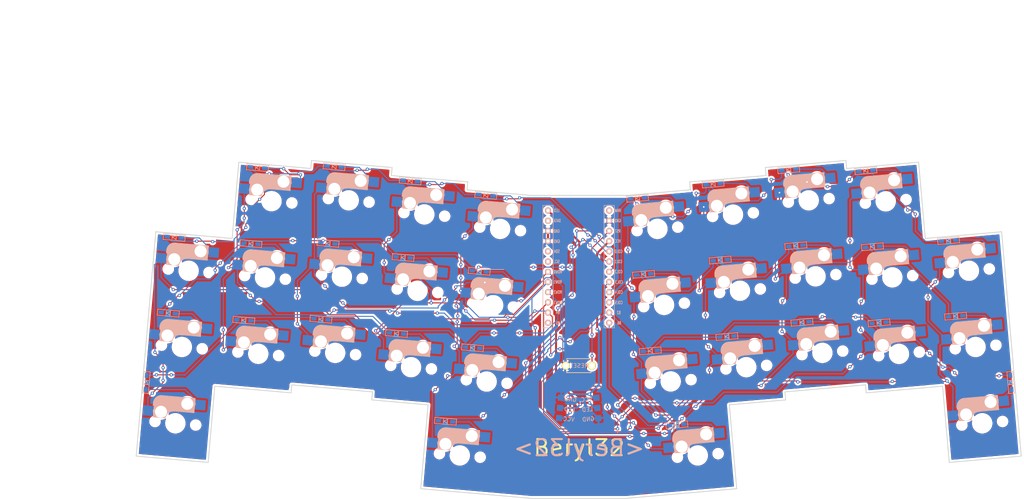
<source format=kicad_pcb>
(kicad_pcb (version 20171130) (host pcbnew "(5.1.7)-1")
  (layers (0 F.Cu signal) (31 B.Cu signal) (34 B.Paste user) (35 F.Paste user) (36 B.SilkS user) (37 F.SilkS user) (38 B.Mask user) (39 F.Mask user) (44 Edge.Cuts user))
  (net 0 "")
  (net 1 "Net-(D1-Pad2)")
  (net 2 row0)
  (net 3 "Net-(D2-Pad2)")
  (net 4 row1)
  (net 5 "Net-(D3-Pad2)")
  (net 6 row2)
  (net 7 "Net-(D4-Pad2)")
  (net 8 "Net-(D5-Pad2)")
  (net 9 "Net-(D6-Pad2)")
  (net 10 "Net-(D7-Pad2)")
  (net 11 "Net-(D8-Pad2)")
  (net 12 "Net-(D9-Pad2)")
  (net 13 "Net-(D10-Pad2)")
  (net 14 "Net-(D11-Pad2)")
  (net 15 "Net-(D12-Pad2)")
  (net 16 "Net-(D13-Pad2)")
  (net 17 "Net-(D14-Pad2)")
  (net 18 "Net-(D15-Pad2)")
  (net 19 row3)
  (net 20 "Net-(D16-Pad2)")
  (net 21 row4)
  (net 22 "Net-(D17-Pad2)")
  (net 23 row5)
  (net 24 "Net-(D18-Pad2)")
  (net 25 "Net-(D19-Pad2)")
  (net 26 row6)
  (net 27 row7)
  (net 28 "Net-(D20-Pad2)")
  (net 29 "Net-(D21-Pad2)")
  (net 30 "Net-(D22-Pad2)")
  (net 31 "Net-(D23-Pad2)")
  (net 32 "Net-(D24-Pad2)")
  (net 33 "Net-(D25-Pad2)")
  (net 34 "Net-(D26-Pad2)")
  (net 35 "Net-(D27-Pad2)")
  (net 36 "Net-(D28-Pad2)")
  (net 37 "Net-(D29-Pad2)")
  (net 38 "Net-(D30-Pad2)")
  (net 39 "Net-(D31-Pad2)")
  (net 40 "Net-(D32-Pad2)")
  (net 41 VCC)
  (net 42 led)
  (net 43 GND)
  (net 44 reset)
  (net 45 col0)
  (net 46 col1)
  (net 47 col2)
  (net 48 col3)
  (net 49 col4)
  (net 50 "Net-(U1-Pad24)")
  (net 51 "Net-(U1-Pad12)")
  (net 52 "Net-(U1-Pad6)")
  (net 53 "Net-(U1-Pad5)")
  (net 54 "Net-(U1-Pad2)")
  (module kbd:CherryMX_Hotswap (layer F.Cu) (at 250.571 145.923 5)
    (fp_text reference SW23 hide)
    (fp_text value SW_PUSH hide)
    (pad 1 smd rect (at -7.085 -2.54 185) (size 2.55 2.5) (layers B.Cu B.Paste B.Mask) (net 46 col1))
    (pad "" np_thru_hole circle (at 0 0 95) (size 4.1 4.1) (drill 4.1) (layers *.Cu *.Mask))
    (pad "" np_thru_hole circle (at 5.08 0 5) (size 1.9 1.9) (drill 1.9) (layers *.Cu *.Mask))
    (pad "" np_thru_hole circle (at -5.08 0 5) (size 1.9 1.9) (drill 1.9) (layers *.Cu *.Mask))
    (pad 2 smd rect (at 5.842 -5.08 185) (size 2.55 2.5) (layers B.Cu B.Paste B.Mask) (net 31 "Net-(D23-Pad2)"))
    (pad "" np_thru_hole circle (at -3.81 -2.54 5) (size 3 3) (drill 3) (layers *.Cu *.Mask))
    (pad "" np_thru_hole circle (at 2.54 -5.08 5) (size 3 3) (drill 3) (layers *.Cu *.Mask))
  )
  (module kbd:ResetSW (layer F.Cu) (at 208.915 145.542)
    (fp_text reference RSW1 hide)
    (fp_text value RESET_SWITCH)
    (fp_text user RESET (at 0.127 0) (layer B.SilkS) (effects (justify mirror)))
    (pad 1 thru_hole circle (at 3.25 0) (size 2 2) (drill 1.3) (layers *.Cu *.Mask F.SilkS) (net 44 reset))
    (pad 2 thru_hole circle (at -3.25 0) (size 2 2) (drill 1.3) (layers *.Cu *.Mask F.SilkS) (net 43 GND))
  )
  (module kbd:CherryMX_Hotswap (layer F.Cu) (at 238.506 167.894 5)
    (fp_text reference SW20 hide)
    (fp_text value SW_PUSH hide)
    (pad 1 smd rect (at -7.085 -2.54 185) (size 2.55 2.5) (layers B.Cu B.Paste B.Mask) (net 45 col0))
    (pad "" np_thru_hole circle (at 0 0 95) (size 4.1 4.1) (drill 4.1) (layers *.Cu *.Mask))
    (pad "" np_thru_hole circle (at 5.08 0 5) (size 1.9 1.9) (drill 1.9) (layers *.Cu *.Mask))
    (pad "" np_thru_hole circle (at -5.08 0 5) (size 1.9 1.9) (drill 1.9) (layers *.Cu *.Mask))
    (pad 2 smd rect (at 5.842 -5.08 185) (size 2.55 2.5) (layers B.Cu B.Paste B.Mask) (net 28 "Net-(D20-Pad2)"))
    (pad "" np_thru_hole circle (at -3.81 -2.54 5) (size 3 3) (drill 3) (layers *.Cu *.Mask))
    (pad "" np_thru_hole circle (at 2.54 -5.08 5) (size 3 3) (drill 3) (layers *.Cu *.Mask))
  )
  (module kbd:CherryMX_Hotswap (layer F.Cu) (at 167.2 145.923 355)
    (fp_text reference SW12 hide)
    (fp_text value SW_PUSH hide)
    (pad 1 smd rect (at -7.085 -2.54 175) (size 2.55 2.5) (layers B.Cu B.Paste B.Mask) (net 48 col3))
    (pad "" np_thru_hole circle (at 0 0 85) (size 4.1 4.1) (drill 4.1) (layers *.Cu *.Mask))
    (pad "" np_thru_hole circle (at 5.08 0 355) (size 1.9 1.9) (drill 1.9) (layers *.Cu *.Mask))
    (pad "" np_thru_hole circle (at -5.08 0 355) (size 1.9 1.9) (drill 1.9) (layers *.Cu *.Mask))
    (pad 2 smd rect (at 5.842 -5.08 175) (size 2.55 2.5) (layers B.Cu B.Paste B.Mask) (net 15 "Net-(D12-Pad2)"))
    (pad "" np_thru_hole circle (at -3.81 -2.54 355) (size 3 3) (drill 3) (layers *.Cu *.Mask))
    (pad "" np_thru_hole circle (at 2.54 -5.08 355) (size 3 3) (drill 3) (layers *.Cu *.Mask))
  )
  (module kbd:CherryMX_Hotswap (layer F.Cu) (at 179.324 167.894 355)
    (fp_text reference SW16 hide)
    (fp_text value SW_PUSH hide)
    (pad 1 smd rect (at -7.085 -2.54 175) (size 2.55 2.5) (layers B.Cu B.Paste B.Mask) (net 49 col4))
    (pad "" np_thru_hole circle (at 0 0 85) (size 4.1 4.1) (drill 4.1) (layers *.Cu *.Mask))
    (pad "" np_thru_hole circle (at 5.08 0 355) (size 1.9 1.9) (drill 1.9) (layers *.Cu *.Mask))
    (pad "" np_thru_hole circle (at -5.08 0 355) (size 1.9 1.9) (drill 1.9) (layers *.Cu *.Mask))
    (pad 2 smd rect (at 5.842 -5.08 175) (size 2.55 2.5) (layers B.Cu B.Paste B.Mask) (net 20 "Net-(D16-Pad2)"))
    (pad "" np_thru_hole circle (at -3.81 -2.54 355) (size 3 3) (drill 3) (layers *.Cu *.Mask))
    (pad "" np_thru_hole circle (at 2.54 -5.08 355) (size 3 3) (drill 3) (layers *.Cu *.Mask))
  )
  (module kbd:CherryMX_Hotswap (layer F.Cu) (at 186 149.5 355)
    (fp_text reference SW15 hide)
    (fp_text value SW_PUSH hide)
    (pad "" np_thru_hole circle (at 2.54 -5.08 355) (size 3 3) (drill 3) (layers *.Cu *.Mask))
    (pad "" np_thru_hole circle (at -3.81 -2.54 355) (size 3 3) (drill 3) (layers *.Cu *.Mask))
    (pad 2 smd rect (at 5.842 -5.08 175) (size 2.55 2.5) (layers B.Cu B.Paste B.Mask) (net 18 "Net-(D15-Pad2)"))
    (pad "" np_thru_hole circle (at -5.08 0 355) (size 1.9 1.9) (drill 1.9) (layers *.Cu *.Mask))
    (pad "" np_thru_hole circle (at 5.08 0 355) (size 1.9 1.9) (drill 1.9) (layers *.Cu *.Mask))
    (pad "" np_thru_hole circle (at 0 0 85) (size 4.1 4.1) (drill 4.1) (layers *.Cu *.Mask))
    (pad 1 smd rect (at -7.085 -2.54 175) (size 2.55 2.5) (layers B.Cu B.Paste B.Mask) (net 49 col4))
  )
  (module kbd:CherryMX_Hotswap (layer F.Cu) (at 231.775 149.479 5)
    (fp_text reference SW19 hide)
    (fp_text value SW_PUSH hide)
    (pad "" np_thru_hole circle (at 2.54 -5.08 5) (size 3 3) (drill 3) (layers *.Cu *.Mask))
    (pad "" np_thru_hole circle (at -3.81 -2.54 5) (size 3 3) (drill 3) (layers *.Cu *.Mask))
    (pad 2 smd rect (at 5.842 -5.08 185) (size 2.55 2.5) (layers B.Cu B.Paste B.Mask) (net 25 "Net-(D19-Pad2)"))
    (pad "" np_thru_hole circle (at -5.08 0 5) (size 1.9 1.9) (drill 1.9) (layers *.Cu *.Mask))
    (pad "" np_thru_hole circle (at 5.08 0 5) (size 1.9 1.9) (drill 1.9) (layers *.Cu *.Mask))
    (pad "" np_thru_hole circle (at 0 0 95) (size 4.1 4.1) (drill 4.1) (layers *.Cu *.Mask))
    (pad 1 smd rect (at -7.085 -2.54 185) (size 2.55 2.5) (layers B.Cu B.Paste B.Mask) (net 45 col0))
  )
  (module kbd:CherryMX_Hotswap (layer F.Cu) (at 111.887 121.92 355)
    (fp_text reference SW1 hide)
    (fp_text value SW_PUSH hide)
    (pad 1 smd rect (at -7.085 -2.54 175) (size 2.55 2.5) (layers B.Cu B.Paste B.Mask) (net 45 col0))
    (pad "" np_thru_hole circle (at 0 0 85) (size 4.1 4.1) (drill 4.1) (layers *.Cu *.Mask))
    (pad "" np_thru_hole circle (at 5.08 0 355) (size 1.9 1.9) (drill 1.9) (layers *.Cu *.Mask))
    (pad "" np_thru_hole circle (at -5.08 0 355) (size 1.9 1.9) (drill 1.9) (layers *.Cu *.Mask))
    (pad 2 smd rect (at 5.842 -5.08 175) (size 2.55 2.5) (layers B.Cu B.Paste B.Mask) (net 1 "Net-(D1-Pad2)"))
    (pad "" np_thru_hole circle (at -3.81 -2.54 355) (size 3 3) (drill 3) (layers *.Cu *.Mask))
    (pad "" np_thru_hole circle (at 2.54 -5.08 355) (size 3 3) (drill 3) (layers *.Cu *.Mask))
  )
  (module kbd:CherryMX_Hotswap (layer F.Cu) (at 110.2 140.9 355)
    (fp_text reference SW2 hide)
    (fp_text value SW_PUSH hide)
    (pad "" np_thru_hole circle (at 2.54 -5.08 355) (size 3 3) (drill 3) (layers *.Cu *.Mask))
    (pad "" np_thru_hole circle (at -3.81 -2.54 355) (size 3 3) (drill 3) (layers *.Cu *.Mask))
    (pad 2 smd rect (at 5.842 -5.08 175) (size 2.55 2.5) (layers B.Cu B.Paste B.Mask) (net 3 "Net-(D2-Pad2)"))
    (pad "" np_thru_hole circle (at -5.08 0 355) (size 1.9 1.9) (drill 1.9) (layers *.Cu *.Mask))
    (pad "" np_thru_hole circle (at 5.08 0 355) (size 1.9 1.9) (drill 1.9) (layers *.Cu *.Mask))
    (pad "" np_thru_hole circle (at 0 0 85) (size 4.1 4.1) (drill 4.1) (layers *.Cu *.Mask))
    (pad 1 smd rect (at -7.085 -2.54 175) (size 2.55 2.5) (layers B.Cu B.Paste B.Mask) (net 45 col0))
  )
  (module kbd:CherryMX_Hotswap (layer F.Cu) (at 108.585 159.893 355)
    (fp_text reference SW3 hide)
    (fp_text value SW_PUSH hide)
    (pad "" np_thru_hole circle (at 2.54 -5.08 355) (size 3 3) (drill 3) (layers *.Cu *.Mask))
    (pad "" np_thru_hole circle (at -3.81 -2.54 355) (size 3 3) (drill 3) (layers *.Cu *.Mask))
    (pad 2 smd rect (at 5.842 -5.08 175) (size 2.55 2.5) (layers B.Cu B.Paste B.Mask) (net 5 "Net-(D3-Pad2)"))
    (pad "" np_thru_hole circle (at -5.08 0 355) (size 1.9 1.9) (drill 1.9) (layers *.Cu *.Mask))
    (pad "" np_thru_hole circle (at 5.08 0 355) (size 1.9 1.9) (drill 1.9) (layers *.Cu *.Mask))
    (pad "" np_thru_hole circle (at 0 0 85) (size 4.1 4.1) (drill 4.1) (layers *.Cu *.Mask))
    (pad 1 smd rect (at -7.085 -2.54 175) (size 2.55 2.5) (layers B.Cu B.Paste B.Mask) (net 45 col0))
  )
  (module kbd:CherryMX_Hotswap (layer F.Cu) (at 132.5 104.6 355)
    (fp_text reference SW4 hide)
    (fp_text value SW_PUSH hide)
    (pad "" np_thru_hole circle (at 2.54 -5.08 355) (size 3 3) (drill 3) (layers *.Cu *.Mask))
    (pad "" np_thru_hole circle (at -3.81 -2.54 355) (size 3 3) (drill 3) (layers *.Cu *.Mask))
    (pad 2 smd rect (at 5.842 -5.08 175) (size 2.55 2.5) (layers B.Cu B.Paste B.Mask) (net 7 "Net-(D4-Pad2)"))
    (pad "" np_thru_hole circle (at -5.08 0 355) (size 1.9 1.9) (drill 1.9) (layers *.Cu *.Mask))
    (pad "" np_thru_hole circle (at 5.08 0 355) (size 1.9 1.9) (drill 1.9) (layers *.Cu *.Mask))
    (pad "" np_thru_hole circle (at 0 0 85) (size 4.1 4.1) (drill 4.1) (layers *.Cu *.Mask))
    (pad 1 smd rect (at -7.085 -2.54 175) (size 2.55 2.5) (layers B.Cu B.Paste B.Mask) (net 46 col1))
  )
  (module kbd:CherryMX_Hotswap (layer F.Cu) (at 130.884914 123.584293 355)
    (fp_text reference SW5 hide)
    (fp_text value SW_PUSH hide)
    (pad "" np_thru_hole circle (at 2.54 -5.08 355) (size 3 3) (drill 3) (layers *.Cu *.Mask))
    (pad "" np_thru_hole circle (at -3.81 -2.54 355) (size 3 3) (drill 3) (layers *.Cu *.Mask))
    (pad 2 smd rect (at 5.842 -5.08 175) (size 2.55 2.5) (layers B.Cu B.Paste B.Mask) (net 8 "Net-(D5-Pad2)"))
    (pad "" np_thru_hole circle (at -5.08 0 355) (size 1.9 1.9) (drill 1.9) (layers *.Cu *.Mask))
    (pad "" np_thru_hole circle (at 5.08 0 355) (size 1.9 1.9) (drill 1.9) (layers *.Cu *.Mask))
    (pad "" np_thru_hole circle (at 0 0 85) (size 4.1 4.1) (drill 4.1) (layers *.Cu *.Mask))
    (pad 1 smd rect (at -7.085 -2.54 175) (size 2.55 2.5) (layers B.Cu B.Paste B.Mask) (net 46 col1))
  )
  (module kbd:CherryMX_Hotswap (layer F.Cu) (at 129.2 142.6 355)
    (fp_text reference SW6 hide)
    (fp_text value SW_PUSH hide)
    (pad 1 smd rect (at -7.085 -2.54 175) (size 2.55 2.5) (layers B.Cu B.Paste B.Mask) (net 46 col1))
    (pad "" np_thru_hole circle (at 0 0 85) (size 4.1 4.1) (drill 4.1) (layers *.Cu *.Mask))
    (pad "" np_thru_hole circle (at 5.08 0 355) (size 1.9 1.9) (drill 1.9) (layers *.Cu *.Mask))
    (pad "" np_thru_hole circle (at -5.08 0 355) (size 1.9 1.9) (drill 1.9) (layers *.Cu *.Mask))
    (pad 2 smd rect (at 5.842 -5.08 175) (size 2.55 2.5) (layers B.Cu B.Paste B.Mask) (net 9 "Net-(D6-Pad2)"))
    (pad "" np_thru_hole circle (at -3.81 -2.54 355) (size 3 3) (drill 3) (layers *.Cu *.Mask))
    (pad "" np_thru_hole circle (at 2.54 -5.08 355) (size 3 3) (drill 3) (layers *.Cu *.Mask))
  )
  (module kbd:CherryMX_Hotswap (layer F.Cu) (at 151.7 104.394 355)
    (fp_text reference SW7 hide)
    (fp_text value SW_PUSH hide)
    (pad 1 smd rect (at -7.085 -2.54 175) (size 2.55 2.5) (layers B.Cu B.Paste B.Mask) (net 47 col2))
    (pad "" np_thru_hole circle (at 0 0 85) (size 4.1 4.1) (drill 4.1) (layers *.Cu *.Mask))
    (pad "" np_thru_hole circle (at 5.08 0 355) (size 1.9 1.9) (drill 1.9) (layers *.Cu *.Mask))
    (pad "" np_thru_hole circle (at -5.08 0 355) (size 1.9 1.9) (drill 1.9) (layers *.Cu *.Mask))
    (pad 2 smd rect (at 5.842 -5.08 175) (size 2.55 2.5) (layers B.Cu B.Paste B.Mask) (net 10 "Net-(D7-Pad2)"))
    (pad "" np_thru_hole circle (at -3.81 -2.54 355) (size 3 3) (drill 3) (layers *.Cu *.Mask))
    (pad "" np_thru_hole circle (at 2.54 -5.08 355) (size 3 3) (drill 3) (layers *.Cu *.Mask))
  )
  (module kbd:CherryMX_Hotswap (layer F.Cu) (at 150 123.4 355)
    (fp_text reference SW8 hide)
    (fp_text value SW_PUSH hide)
    (pad 1 smd rect (at -7.085 -2.54 175) (size 2.55 2.5) (layers B.Cu B.Paste B.Mask) (net 47 col2))
    (pad "" np_thru_hole circle (at 0 0 85) (size 4.1 4.1) (drill 4.1) (layers *.Cu *.Mask))
    (pad "" np_thru_hole circle (at 5.08 0 355) (size 1.9 1.9) (drill 1.9) (layers *.Cu *.Mask))
    (pad "" np_thru_hole circle (at -5.08 0 355) (size 1.9 1.9) (drill 1.9) (layers *.Cu *.Mask))
    (pad 2 smd rect (at 5.842 -5.08 175) (size 2.55 2.5) (layers B.Cu B.Paste B.Mask) (net 11 "Net-(D8-Pad2)"))
    (pad "" np_thru_hole circle (at -3.81 -2.54 355) (size 3 3) (drill 3) (layers *.Cu *.Mask))
    (pad "" np_thru_hole circle (at 2.54 -5.08 355) (size 3 3) (drill 3) (layers *.Cu *.Mask))
  )
  (module kbd:CherryMX_Hotswap (layer F.Cu) (at 148.336 142.367 355)
    (fp_text reference SW9 hide)
    (fp_text value SW_PUSH hide)
    (pad "" np_thru_hole circle (at 2.54 -5.08 355) (size 3 3) (drill 3) (layers *.Cu *.Mask))
    (pad "" np_thru_hole circle (at -3.81 -2.54 355) (size 3 3) (drill 3) (layers *.Cu *.Mask))
    (pad 2 smd rect (at 5.842 -5.08 175) (size 2.55 2.5) (layers B.Cu B.Paste B.Mask) (net 12 "Net-(D9-Pad2)"))
    (pad "" np_thru_hole circle (at -5.08 0 355) (size 1.9 1.9) (drill 1.9) (layers *.Cu *.Mask))
    (pad "" np_thru_hole circle (at 5.08 0 355) (size 1.9 1.9) (drill 1.9) (layers *.Cu *.Mask))
    (pad "" np_thru_hole circle (at 0 0 85) (size 4.1 4.1) (drill 4.1) (layers *.Cu *.Mask))
    (pad 1 smd rect (at -7.085 -2.54 175) (size 2.55 2.5) (layers B.Cu B.Paste B.Mask) (net 47 col2))
  )
  (module kbd:CherryMX_Hotswap (layer F.Cu) (at 170.5 107.9 355)
    (fp_text reference SW10 hide)
    (fp_text value SW_PUSH hide)
    (pad "" np_thru_hole circle (at 2.54 -5.08 355) (size 3 3) (drill 3) (layers *.Cu *.Mask))
    (pad "" np_thru_hole circle (at -3.81 -2.54 355) (size 3 3) (drill 3) (layers *.Cu *.Mask))
    (pad 2 smd rect (at 5.842 -5.08 175) (size 2.55 2.5) (layers B.Cu B.Paste B.Mask) (net 13 "Net-(D10-Pad2)"))
    (pad "" np_thru_hole circle (at -5.08 0 355) (size 1.9 1.9) (drill 1.9) (layers *.Cu *.Mask))
    (pad "" np_thru_hole circle (at 5.08 0 355) (size 1.9 1.9) (drill 1.9) (layers *.Cu *.Mask))
    (pad "" np_thru_hole circle (at 0 0 85) (size 4.1 4.1) (drill 4.1) (layers *.Cu *.Mask))
    (pad 1 smd rect (at -7.085 -2.54 175) (size 2.55 2.5) (layers B.Cu B.Paste B.Mask) (net 48 col3))
  )
  (module kbd:CherryMX_Hotswap (layer F.Cu) (at 168.8 126.9 355)
    (fp_text reference SW11 hide)
    (fp_text value SW_PUSH hide)
    (pad 1 smd rect (at -7.085 -2.54 175) (size 2.55 2.5) (layers B.Cu B.Paste B.Mask) (net 48 col3))
    (pad "" np_thru_hole circle (at 0 0 85) (size 4.1 4.1) (drill 4.1) (layers *.Cu *.Mask))
    (pad "" np_thru_hole circle (at 5.08 0 355) (size 1.9 1.9) (drill 1.9) (layers *.Cu *.Mask))
    (pad "" np_thru_hole circle (at -5.08 0 355) (size 1.9 1.9) (drill 1.9) (layers *.Cu *.Mask))
    (pad 2 smd rect (at 5.842 -5.08 175) (size 2.55 2.5) (layers B.Cu B.Paste B.Mask) (net 14 "Net-(D11-Pad2)"))
    (pad "" np_thru_hole circle (at -3.81 -2.54 355) (size 3 3) (drill 3) (layers *.Cu *.Mask))
    (pad "" np_thru_hole circle (at 2.54 -5.08 355) (size 3 3) (drill 3) (layers *.Cu *.Mask))
  )
  (module kbd:CherryMX_Hotswap (layer F.Cu) (at 189.357 111.506 355)
    (fp_text reference SW13 hide)
    (fp_text value SW_PUSH hide)
    (pad 1 smd rect (at -7.085 -2.54 175) (size 2.55 2.5) (layers B.Cu B.Paste B.Mask) (net 49 col4))
    (pad "" np_thru_hole circle (at 0 0 85) (size 4.1 4.1) (drill 4.1) (layers *.Cu *.Mask))
    (pad "" np_thru_hole circle (at 5.08 0 355) (size 1.9 1.9) (drill 1.9) (layers *.Cu *.Mask))
    (pad "" np_thru_hole circle (at -5.08 0 355) (size 1.9 1.9) (drill 1.9) (layers *.Cu *.Mask))
    (pad 2 smd rect (at 5.842 -5.08 175) (size 2.55 2.5) (layers B.Cu B.Paste B.Mask) (net 16 "Net-(D13-Pad2)"))
    (pad "" np_thru_hole circle (at -3.81 -2.54 355) (size 3 3) (drill 3) (layers *.Cu *.Mask))
    (pad "" np_thru_hole circle (at 2.54 -5.08 355) (size 3 3) (drill 3) (layers *.Cu *.Mask))
  )
  (module kbd:CherryMX_Hotswap (layer F.Cu) (at 187.6 130.5 355)
    (fp_text reference SW14 hide)
    (fp_text value SW_PUSH hide)
    (pad 1 smd rect (at -7.085 -2.54 175) (size 2.55 2.5) (layers B.Cu B.Paste B.Mask) (net 49 col4))
    (pad "" np_thru_hole circle (at 0 0 85) (size 4.1 4.1) (drill 4.1) (layers *.Cu *.Mask))
    (pad "" np_thru_hole circle (at 5.08 0 355) (size 1.9 1.9) (drill 1.9) (layers *.Cu *.Mask))
    (pad "" np_thru_hole circle (at -5.08 0 355) (size 1.9 1.9) (drill 1.9) (layers *.Cu *.Mask))
    (pad 2 smd rect (at 5.842 -5.08 175) (size 2.55 2.5) (layers B.Cu B.Paste B.Mask) (net 17 "Net-(D14-Pad2)"))
    (pad "" np_thru_hole circle (at -3.81 -2.54 355) (size 3 3) (drill 3) (layers *.Cu *.Mask))
    (pad "" np_thru_hole circle (at 2.54 -5.08 355) (size 3 3) (drill 3) (layers *.Cu *.Mask))
  )
  (module kbd:CherryMX_Hotswap (layer F.Cu) (at 228.473 111.506 5)
    (fp_text reference SW17 hide)
    (fp_text value SW_PUSH hide)
    (pad "" np_thru_hole circle (at 2.54 -5.08 5) (size 3 3) (drill 3) (layers *.Cu *.Mask))
    (pad "" np_thru_hole circle (at -3.81 -2.54 5) (size 3 3) (drill 3) (layers *.Cu *.Mask))
    (pad 2 smd rect (at 5.842 -5.08 185) (size 2.55 2.5) (layers B.Cu B.Paste B.Mask) (net 22 "Net-(D17-Pad2)"))
    (pad "" np_thru_hole circle (at -5.08 0 5) (size 1.9 1.9) (drill 1.9) (layers *.Cu *.Mask))
    (pad "" np_thru_hole circle (at 5.08 0 5) (size 1.9 1.9) (drill 1.9) (layers *.Cu *.Mask))
    (pad "" np_thru_hole circle (at 0 0 95) (size 4.1 4.1) (drill 4.1) (layers *.Cu *.Mask))
    (pad 1 smd rect (at -7.085 -2.54 185) (size 2.55 2.5) (layers B.Cu B.Paste B.Mask) (net 45 col0))
  )
  (module kbd:CherryMX_Hotswap (layer F.Cu) (at 230.124 130.429 5)
    (fp_text reference SW18 hide)
    (fp_text value SW_PUSH hide)
    (pad 1 smd rect (at -7.085 -2.54 185) (size 2.55 2.5) (layers B.Cu B.Paste B.Mask) (net 45 col0))
    (pad "" np_thru_hole circle (at 0 0 95) (size 4.1 4.1) (drill 4.1) (layers *.Cu *.Mask))
    (pad "" np_thru_hole circle (at 5.08 0 5) (size 1.9 1.9) (drill 1.9) (layers *.Cu *.Mask))
    (pad "" np_thru_hole circle (at -5.08 0 5) (size 1.9 1.9) (drill 1.9) (layers *.Cu *.Mask))
    (pad 2 smd rect (at 5.842 -5.08 185) (size 2.55 2.5) (layers B.Cu B.Paste B.Mask) (net 24 "Net-(D18-Pad2)"))
    (pad "" np_thru_hole circle (at -3.81 -2.54 5) (size 3 3) (drill 3) (layers *.Cu *.Mask))
    (pad "" np_thru_hole circle (at 2.54 -5.08 5) (size 3 3) (drill 3) (layers *.Cu *.Mask))
  )
  (module kbd:CherryMX_Hotswap (layer F.Cu) (at 247.269 107.95 5)
    (fp_text reference SW21 hide)
    (fp_text value SW_PUSH hide)
    (pad "" np_thru_hole circle (at 2.54 -5.08 5) (size 3 3) (drill 3) (layers *.Cu *.Mask))
    (pad "" np_thru_hole circle (at -3.81 -2.54 5) (size 3 3) (drill 3) (layers *.Cu *.Mask))
    (pad 2 smd rect (at 5.842 -5.08 185) (size 2.55 2.5) (layers B.Cu B.Paste B.Mask) (net 29 "Net-(D21-Pad2)"))
    (pad "" np_thru_hole circle (at -5.08 0 5) (size 1.9 1.9) (drill 1.9) (layers *.Cu *.Mask))
    (pad "" np_thru_hole circle (at 5.08 0 5) (size 1.9 1.9) (drill 1.9) (layers *.Cu *.Mask))
    (pad "" np_thru_hole circle (at 0 0 95) (size 4.1 4.1) (drill 4.1) (layers *.Cu *.Mask))
    (pad 1 smd rect (at -7.085 -2.54 185) (size 2.55 2.5) (layers B.Cu B.Paste B.Mask) (net 46 col1))
  )
  (module kbd:CherryMX_Hotswap (layer F.Cu) (at 249 126.9 5)
    (fp_text reference SW22 hide)
    (fp_text value SW_PUSH hide)
    (pad "" np_thru_hole circle (at 2.54 -5.08 5) (size 3 3) (drill 3) (layers *.Cu *.Mask))
    (pad "" np_thru_hole circle (at -3.81 -2.54 5) (size 3 3) (drill 3) (layers *.Cu *.Mask))
    (pad 2 smd rect (at 5.842 -5.08 185) (size 2.55 2.5) (layers B.Cu B.Paste B.Mask) (net 30 "Net-(D22-Pad2)"))
    (pad "" np_thru_hole circle (at -5.08 0 5) (size 1.9 1.9) (drill 1.9) (layers *.Cu *.Mask))
    (pad "" np_thru_hole circle (at 5.08 0 5) (size 1.9 1.9) (drill 1.9) (layers *.Cu *.Mask))
    (pad "" np_thru_hole circle (at 0 0 95) (size 4.1 4.1) (drill 4.1) (layers *.Cu *.Mask))
    (pad 1 smd rect (at -7.085 -2.54 185) (size 2.55 2.5) (layers B.Cu B.Paste B.Mask) (net 46 col1))
  )
  (module kbd:CherryMX_Hotswap (layer F.Cu) (at 266.1 104.394 5)
    (fp_text reference SW24 hide)
    (fp_text value SW_PUSH hide)
    (pad "" np_thru_hole circle (at 2.54 -5.08 5) (size 3 3) (drill 3) (layers *.Cu *.Mask))
    (pad "" np_thru_hole circle (at -3.81 -2.54 5) (size 3 3) (drill 3) (layers *.Cu *.Mask))
    (pad 2 smd rect (at 5.842 -5.08 185) (size 2.55 2.5) (layers B.Cu B.Paste B.Mask) (net 32 "Net-(D24-Pad2)"))
    (pad "" np_thru_hole circle (at -5.08 0 5) (size 1.9 1.9) (drill 1.9) (layers *.Cu *.Mask))
    (pad "" np_thru_hole circle (at 5.08 0 5) (size 1.9 1.9) (drill 1.9) (layers *.Cu *.Mask))
    (pad "" np_thru_hole circle (at 0 0 95) (size 4.1 4.1) (drill 4.1) (layers *.Cu *.Mask))
    (pad 1 smd rect (at -7.085 -2.54 185) (size 2.55 2.5) (layers B.Cu B.Paste B.Mask) (net 47 col2))
  )
  (module kbd:CherryMX_Hotswap (layer F.Cu) (at 267.8 123.317 5)
    (fp_text reference SW25 hide)
    (fp_text value SW_PUSH hide)
    (pad 1 smd rect (at -7.085 -2.54 185) (size 2.55 2.5) (layers B.Cu B.Paste B.Mask) (net 47 col2))
    (pad "" np_thru_hole circle (at 0 0 95) (size 4.1 4.1) (drill 4.1) (layers *.Cu *.Mask))
    (pad "" np_thru_hole circle (at 5.08 0 5) (size 1.9 1.9) (drill 1.9) (layers *.Cu *.Mask))
    (pad "" np_thru_hole circle (at -5.08 0 5) (size 1.9 1.9) (drill 1.9) (layers *.Cu *.Mask))
    (pad 2 smd rect (at 5.842 -5.08 185) (size 2.55 2.5) (layers B.Cu B.Paste B.Mask) (net 33 "Net-(D25-Pad2)"))
    (pad "" np_thru_hole circle (at -3.81 -2.54 5) (size 3 3) (drill 3) (layers *.Cu *.Mask))
    (pad "" np_thru_hole circle (at 2.54 -5.08 5) (size 3 3) (drill 3) (layers *.Cu *.Mask))
  )
  (module kbd:CherryMX_Hotswap (layer F.Cu) (at 269.494 142.367 5)
    (fp_text reference SW26 hide)
    (fp_text value SW_PUSH hide)
    (pad "" np_thru_hole circle (at 2.54 -5.08 5) (size 3 3) (drill 3) (layers *.Cu *.Mask))
    (pad "" np_thru_hole circle (at -3.81 -2.54 5) (size 3 3) (drill 3) (layers *.Cu *.Mask))
    (pad 2 smd rect (at 5.842 -5.08 185) (size 2.55 2.5) (layers B.Cu B.Paste B.Mask) (net 34 "Net-(D26-Pad2)"))
    (pad "" np_thru_hole circle (at -5.08 0 5) (size 1.9 1.9) (drill 1.9) (layers *.Cu *.Mask))
    (pad "" np_thru_hole circle (at 5.08 0 5) (size 1.9 1.9) (drill 1.9) (layers *.Cu *.Mask))
    (pad "" np_thru_hole circle (at 0 0 95) (size 4.1 4.1) (drill 4.1) (layers *.Cu *.Mask))
    (pad 1 smd rect (at -7.085 -2.54 185) (size 2.55 2.5) (layers B.Cu B.Paste B.Mask) (net 47 col2))
  )
  (module kbd:CherryMX_Hotswap (layer F.Cu) (at 285.242 104.648 5)
    (fp_text reference SW27 hide)
    (fp_text value SW_PUSH hide)
    (pad 1 smd rect (at -7.085 -2.54 185) (size 2.55 2.5) (layers B.Cu B.Paste B.Mask) (net 48 col3))
    (pad "" np_thru_hole circle (at 0 0 95) (size 4.1 4.1) (drill 4.1) (layers *.Cu *.Mask))
    (pad "" np_thru_hole circle (at 5.08 0 5) (size 1.9 1.9) (drill 1.9) (layers *.Cu *.Mask))
    (pad "" np_thru_hole circle (at -5.08 0 5) (size 1.9 1.9) (drill 1.9) (layers *.Cu *.Mask))
    (pad 2 smd rect (at 5.842 -5.08 185) (size 2.55 2.5) (layers B.Cu B.Paste B.Mask) (net 35 "Net-(D27-Pad2)"))
    (pad "" np_thru_hole circle (at -3.81 -2.54 5) (size 3 3) (drill 3) (layers *.Cu *.Mask))
    (pad "" np_thru_hole circle (at 2.54 -5.08 5) (size 3 3) (drill 3) (layers *.Cu *.Mask))
  )
  (module kbd:CherryMX_Hotswap (layer F.Cu) (at 286.893 123.571 5)
    (fp_text reference SW28 hide)
    (fp_text value SW_PUSH hide)
    (pad "" np_thru_hole circle (at 2.54 -5.08 5) (size 3 3) (drill 3) (layers *.Cu *.Mask))
    (pad "" np_thru_hole circle (at -3.81 -2.54 5) (size 3 3) (drill 3) (layers *.Cu *.Mask))
    (pad 2 smd rect (at 5.842 -5.08 185) (size 2.55 2.5) (layers B.Cu B.Paste B.Mask) (net 36 "Net-(D28-Pad2)"))
    (pad "" np_thru_hole circle (at -5.08 0 5) (size 1.9 1.9) (drill 1.9) (layers *.Cu *.Mask))
    (pad "" np_thru_hole circle (at 5.08 0 5) (size 1.9 1.9) (drill 1.9) (layers *.Cu *.Mask))
    (pad "" np_thru_hole circle (at 0 0 95) (size 4.1 4.1) (drill 4.1) (layers *.Cu *.Mask))
    (pad 1 smd rect (at -7.085 -2.54 185) (size 2.55 2.5) (layers B.Cu B.Paste B.Mask) (net 48 col3))
  )
  (module kbd:CherryMX_Hotswap (layer F.Cu) (at 288.544 142.621 5)
    (fp_text reference SW29 hide)
    (fp_text value SW_PUSH hide)
    (pad 1 smd rect (at -7.085 -2.54 185) (size 2.55 2.5) (layers B.Cu B.Paste B.Mask) (net 48 col3))
    (pad "" np_thru_hole circle (at 0 0 95) (size 4.1 4.1) (drill 4.1) (layers *.Cu *.Mask))
    (pad "" np_thru_hole circle (at 5.08 0 5) (size 1.9 1.9) (drill 1.9) (layers *.Cu *.Mask))
    (pad "" np_thru_hole circle (at -5.08 0 5) (size 1.9 1.9) (drill 1.9) (layers *.Cu *.Mask))
    (pad 2 smd rect (at 5.842 -5.08 185) (size 2.55 2.5) (layers B.Cu B.Paste B.Mask) (net 37 "Net-(D29-Pad2)"))
    (pad "" np_thru_hole circle (at -3.81 -2.54 5) (size 3 3) (drill 3) (layers *.Cu *.Mask))
    (pad "" np_thru_hole circle (at 2.54 -5.08 5) (size 3 3) (drill 3) (layers *.Cu *.Mask))
  )
  (module kbd:CherryMX_Hotswap (layer F.Cu) (at 305.943 121.92 5)
    (fp_text reference SW30 hide)
    (fp_text value SW_PUSH hide)
    (pad "" np_thru_hole circle (at 2.54 -5.08 5) (size 3 3) (drill 3) (layers *.Cu *.Mask))
    (pad "" np_thru_hole circle (at -3.81 -2.54 5) (size 3 3) (drill 3) (layers *.Cu *.Mask))
    (pad 2 smd rect (at 5.842 -5.08 185) (size 2.55 2.5) (layers B.Cu B.Paste B.Mask) (net 38 "Net-(D30-Pad2)"))
    (pad "" np_thru_hole circle (at -5.08 0 5) (size 1.9 1.9) (drill 1.9) (layers *.Cu *.Mask))
    (pad "" np_thru_hole circle (at 5.08 0 5) (size 1.9 1.9) (drill 1.9) (layers *.Cu *.Mask))
    (pad "" np_thru_hole circle (at 0 0 95) (size 4.1 4.1) (drill 4.1) (layers *.Cu *.Mask))
    (pad 1 smd rect (at -7.085 -2.54 185) (size 2.55 2.5) (layers B.Cu B.Paste B.Mask) (net 49 col4))
  )
  (module kbd:CherryMX_Hotswap (layer F.Cu) (at 307.594 140.9 5)
    (fp_text reference SW31 hide)
    (fp_text value SW_PUSH hide)
    (pad 1 smd rect (at -7.085 -2.54 185) (size 2.55 2.5) (layers B.Cu B.Paste B.Mask) (net 49 col4))
    (pad "" np_thru_hole circle (at 0 0 95) (size 4.1 4.1) (drill 4.1) (layers *.Cu *.Mask))
    (pad "" np_thru_hole circle (at 5.08 0 5) (size 1.9 1.9) (drill 1.9) (layers *.Cu *.Mask))
    (pad "" np_thru_hole circle (at -5.08 0 5) (size 1.9 1.9) (drill 1.9) (layers *.Cu *.Mask))
    (pad 2 smd rect (at 5.842 -5.08 185) (size 2.55 2.5) (layers B.Cu B.Paste B.Mask) (net 39 "Net-(D31-Pad2)"))
    (pad "" np_thru_hole circle (at -3.81 -2.54 5) (size 3 3) (drill 3) (layers *.Cu *.Mask))
    (pad "" np_thru_hole circle (at 2.54 -5.08 5) (size 3 3) (drill 3) (layers *.Cu *.Mask))
  )
  (module kbd:CherryMX_Hotswap (layer F.Cu) (at 309.245 159.893 5)
    (fp_text reference SW32 hide)
    (fp_text value SW_PUSH hide)
    (pad "" np_thru_hole circle (at 2.54 -5.08 5) (size 3 3) (drill 3) (layers *.Cu *.Mask))
    (pad "" np_thru_hole circle (at -3.81 -2.54 5) (size 3 3) (drill 3) (layers *.Cu *.Mask))
    (pad 2 smd rect (at 5.842 -5.08 185) (size 2.55 2.5) (layers B.Cu B.Paste B.Mask) (net 40 "Net-(D32-Pad2)"))
    (pad "" np_thru_hole circle (at -5.08 0 5) (size 1.9 1.9) (drill 1.9) (layers *.Cu *.Mask))
    (pad "" np_thru_hole circle (at 5.08 0 5) (size 1.9 1.9) (drill 1.9) (layers *.Cu *.Mask))
    (pad "" np_thru_hole circle (at 0 0 95) (size 4.1 4.1) (drill 4.1) (layers *.Cu *.Mask))
    (pad 1 smd rect (at -7.085 -2.54 185) (size 2.55 2.5) (layers B.Cu B.Paste B.Mask) (net 49 col4))
  )
  (module kbd:ProMicro_v2_1side (layer B.Cu) (at 208.915 121.412 180)
    (fp_text reference U1 hide)
    (fp_text value ProMicro hide)
    (fp_text user ROW1 (at 5.25 -3.302) (layer B.SilkS) (effects (font (size 0.75 0.5) (thickness 0.125)) (justify mirror)))
    (fp_text user COL4 (at -9.95 -5.85) (layer B.SilkS) (effects (font (size 0.75 0.5) (thickness 0.125)) (justify mirror)))
    (fp_text user ROW2 (at 5.2 -5.85) (layer B.SilkS) (effects (font (size 0.75 0.5) (thickness 0.125)) (justify mirror)))
    (fp_text user COL5 (at -9.95 -8.4455) (layer B.SilkS) (effects (font (size 0.75 0.5) (thickness 0.125)) (justify mirror)))
    (fp_text user ROW3 (at 5.2 -8.4455) (layer B.SilkS) (effects (font (size 0.75 0.5) (thickness 0.125)) (justify mirror)))
    (fp_text user B2 (at -9.95 -10.95) (layer B.SilkS) (effects (font (size 0.75 0.5) (thickness 0.125)) (justify mirror)))
    (fp_text user B4 (at 5.2 -10.922) (layer B.SilkS) (effects (font (size 0.75 0.5) (thickness 0.125)) (justify mirror)))
    (fp_text user B5 (at 5.2 -13.5255) (layer B.SilkS) (effects (font (size 0.75 0.5) (thickness 0.125)) (justify mirror)))
    (fp_text user B6 (at -10.05 -13.5) (layer B.SilkS) (effects (font (size 0.75 0.5) (thickness 0.125)) (justify mirror)))
    (fp_text user COL0 (at -9.9 4.3) (layer B.SilkS) (effects (font (size 0.75 0.5) (thickness 0.125)) (justify mirror)))
    (fp_text user SDA (at 5.461 4.318) (layer B.SilkS) (effects (font (size 0.75 0.5) (thickness 0.125)) (justify mirror)))
    (fp_text user COL1 (at -9.85 1.778) (layer B.SilkS) (effects (font (size 0.75 0.5) (thickness 0.125)) (justify mirror)))
    (fp_text user SCL (at 5.461 1.778) (layer B.SilkS) (effects (font (size 0.75 0.5) (thickness 0.125)) (justify mirror)))
    (fp_text user COL2 (at -9.9 -0.762) (layer B.SilkS) (effects (font (size 0.75 0.5) (thickness 0.125)) (justify mirror)))
    (fp_text user ROW0 (at 5.2 -0.8) (layer B.SilkS) (effects (font (size 0.75 0.5) (thickness 0.125)) (justify mirror)))
    (fp_text user COL3 (at -10 -3.35) (layer B.SilkS) (effects (font (size 0.75 0.5) (thickness 0.125)) (justify mirror)))
    (fp_text user GND (at 5.461 6.7945) (layer B.SilkS) (effects (font (size 0.75 0.5) (thickness 0.125)) (justify mirror)))
    (fp_text user VCC (at -9.7155 6.858) (layer B.SilkS) (effects (font (size 0.75 0.5) (thickness 0.125)) (justify mirror)))
    (fp_text user GND (at 5.5245 9.3345) (layer B.SilkS) (effects (font (size 0.75 0.5) (thickness 0.125)) (justify mirror)))
    (fp_text user RST (at -9.7155 9.3345) (layer B.SilkS) (effects (font (size 0.75 0.5) (thickness 0.125)) (justify mirror)))
    (fp_text user DATA (at 5.35 11.95) (layer B.SilkS) (effects (font (size 0.75 0.5) (thickness 0.125)) (justify mirror)))
    (fp_text user GND (at -9.7155 11.938) (layer B.SilkS) (effects (font (size 0.75 0.5) (thickness 0.125)) (justify mirror)))
    (fp_text user LED (at 5.5 14.478) (layer B.SilkS) (effects (font (size 0.75 0.5) (thickness 0.125)) (justify mirror)))
    (fp_text user RAW (at -9.7155 14.478) (layer B.SilkS) (effects (font (size 0.75 0.5) (thickness 0.125)) (justify mirror)))
    (fp_text user "" (at -1.2065 16.256) (layer F.SilkS))
    (fp_text user "" (at -0.5 17.25) (layer B.SilkS) (effects (justify mirror)))
    (pad 24 thru_hole circle (at -7.5636 14.478 180) (size 1.524 1.524) (drill 0.8128) (layers *.Cu B.SilkS F.Mask) (net 50 "Net-(U1-Pad24)"))
    (pad 23 thru_hole circle (at -7.5636 11.938 180) (size 1.524 1.524) (drill 0.8128) (layers *.Cu B.SilkS F.Mask) (net 43 GND))
    (pad 22 thru_hole circle (at -7.5636 9.398 180) (size 1.524 1.524) (drill 0.8128) (layers *.Cu B.SilkS F.Mask) (net 44 reset))
    (pad 21 thru_hole circle (at -7.5636 6.858 180) (size 1.524 1.524) (drill 0.8128) (layers *.Cu B.SilkS F.Mask) (net 41 VCC))
    (pad 20 thru_hole circle (at -7.5636 4.318 180) (size 1.524 1.524) (drill 0.8128) (layers *.Cu B.SilkS F.Mask) (net 2 row0))
    (pad 19 thru_hole circle (at -7.5636 1.778 180) (size 1.524 1.524) (drill 0.8128) (layers *.Cu B.SilkS F.Mask) (net 4 row1))
    (pad 18 thru_hole circle (at -7.5636 -0.762 180) (size 1.524 1.524) (drill 0.8128) (layers *.Cu B.SilkS F.Mask) (net 6 row2))
    (pad 17 thru_hole circle (at -7.5636 -3.302 180) (size 1.524 1.524) (drill 0.8128) (layers *.Cu B.SilkS F.Mask) (net 19 row3))
    (pad 16 thru_hole circle (at -7.5636 -5.842 180) (size 1.524 1.524) (drill 0.8128) (layers *.Cu B.SilkS F.Mask) (net 21 row4))
    (pad 15 thru_hole circle (at -7.5636 -8.382 180) (size 1.524 1.524) (drill 0.8128) (layers *.Cu B.SilkS F.Mask) (net 23 row5))
    (pad 14 thru_hole circle (at -7.5636 -10.922 180) (size 1.524 1.524) (drill 0.8128) (layers *.Cu B.SilkS F.Mask) (net 26 row6))
    (pad 13 thru_hole circle (at -7.5636 -13.462 180) (size 1.524 1.524) (drill 0.8128) (layers *.Cu B.SilkS F.Mask) (net 27 row7))
    (pad 12 thru_hole circle (at 7.6564 -13.462 180) (size 1.524 1.524) (drill 0.8128) (layers *.Cu B.SilkS F.Mask) (net 51 "Net-(U1-Pad12)"))
    (pad 11 thru_hole circle (at 7.6564 -10.922 180) (size 1.524 1.524) (drill 0.8128) (layers *.Cu B.SilkS F.Mask) (net 49 col4))
    (pad 10 thru_hole circle (at 7.6564 -8.382 180) (size 1.524 1.524) (drill 0.8128) (layers *.Cu B.SilkS F.Mask) (net 48 col3))
    (pad 9 thru_hole circle (at 7.6564 -5.842 180) (size 1.524 1.524) (drill 0.8128) (layers *.Cu B.SilkS F.Mask) (net 47 col2))
    (pad 8 thru_hole circle (at 7.6564 -3.302 180) (size 1.524 1.524) (drill 0.8128) (layers *.Cu B.SilkS F.Mask) (net 46 col1))
    (pad 7 thru_hole circle (at 7.6564 -0.762 180) (size 1.524 1.524) (drill 0.8128) (layers *.Cu B.SilkS F.Mask) (net 45 col0))
    (pad 6 thru_hole circle (at 7.6564 1.778 180) (size 1.524 1.524) (drill 0.8128) (layers *.Cu B.SilkS F.Mask) (net 52 "Net-(U1-Pad6)"))
    (pad 5 thru_hole circle (at 7.6564 4.318 180) (size 1.524 1.524) (drill 0.8128) (layers *.Cu B.SilkS F.Mask) (net 53 "Net-(U1-Pad5)"))
    (pad 4 thru_hole circle (at 7.6564 6.858 180) (size 1.524 1.524) (drill 0.8128) (layers *.Cu B.SilkS F.Mask) (net 43 GND))
    (pad 3 thru_hole circle (at 7.6564 9.398 180) (size 1.524 1.524) (drill 0.8128) (layers *.Cu B.SilkS F.Mask) (net 43 GND))
    (pad 2 thru_hole circle (at 7.6564 11.938 180) (size 1.524 1.524) (drill 0.8128) (layers *.Cu B.SilkS F.Mask) (net 54 "Net-(U1-Pad2)"))
    (pad 1 thru_hole circle (at 7.6564 14.478 180) (size 1.524 1.524) (drill 0.8128) (layers *.Cu B.SilkS F.Mask) (net 42 led))
  )
  (module kbd:D3_SMD_front (layer B.Cu) (at 108.3 113.6 355)
    (fp_text reference D1 hide)
    (fp_text value D hide)
    (pad 2 smd rect (at 1.775 0 355) (size 1.3 0.95) (layers B.Cu B.Paste B.Mask) (net 1 "Net-(D1-Pad2)"))
    (pad 1 smd rect (at -1.775 0 355) (size 1.3 0.95) (layers B.Cu B.Paste B.Mask) (net 2 row0))
  )
  (module kbd:D3_SMD_front (layer B.Cu) (at 106.816754 132.461 355)
    (fp_text reference D2 hide)
    (fp_text value D hide)
    (pad 2 smd rect (at 1.775 0 355) (size 1.3 0.95) (layers B.Cu B.Paste B.Mask) (net 3 "Net-(D2-Pad2)"))
    (pad 1 smd rect (at -1.775 0 355) (size 1.3 0.95) (layers B.Cu B.Paste B.Mask) (net 4 row1))
  )
  (module kbd:D3_SMD_front (layer B.Cu) (at 101.346 149.733 265)
    (fp_text reference D3 hide)
    (fp_text value D hide)
    (pad 2 smd rect (at 1.775 0 265) (size 1.3 0.95) (layers B.Cu B.Paste B.Mask) (net 5 "Net-(D3-Pad2)"))
    (pad 1 smd rect (at -1.775 0 265) (size 1.3 0.95) (layers B.Cu B.Paste B.Mask) (net 6 row2))
  )
  (module kbd:D3_SMD_front (layer B.Cu) (at 129.032 96.266 355)
    (fp_text reference D4 hide)
    (fp_text value D hide)
    (pad 1 smd rect (at -1.775 0 355) (size 1.3 0.95) (layers B.Cu B.Paste B.Mask) (net 2 row0))
    (pad 2 smd rect (at 1.775 0 355) (size 1.3 0.95) (layers B.Cu B.Paste B.Mask) (net 7 "Net-(D4-Pad2)"))
  )
  (module kbd:D3_SMD_front (layer B.Cu) (at 127.381 115.189 355)
    (fp_text reference D5 hide)
    (fp_text value D hide)
    (pad 1 smd rect (at -1.775 0 355) (size 1.3 0.95) (layers B.Cu B.Paste B.Mask) (net 4 row1))
    (pad 2 smd rect (at 1.775 0 355) (size 1.3 0.95) (layers B.Cu B.Paste B.Mask) (net 8 "Net-(D5-Pad2)"))
  )
  (module kbd:D3_SMD_front (layer B.Cu) (at 125.603 134.239 355)
    (fp_text reference D6 hide)
    (fp_text value D hide)
    (pad 1 smd rect (at -1.775 0 355) (size 1.3 0.95) (layers B.Cu B.Paste B.Mask) (net 6 row2))
    (pad 2 smd rect (at 1.775 0 355) (size 1.3 0.95) (layers B.Cu B.Paste B.Mask) (net 9 "Net-(D6-Pad2)"))
  )
  (module kbd:D3_SMD_front (layer B.Cu) (at 148.082 96.012 355)
    (fp_text reference D7 hide)
    (fp_text value D hide)
    (pad 2 smd rect (at 1.775 0 355) (size 1.3 0.95) (layers B.Cu B.Paste B.Mask) (net 10 "Net-(D7-Pad2)"))
    (pad 1 smd rect (at -1.775 0 355) (size 1.3 0.95) (layers B.Cu B.Paste B.Mask) (net 2 row0))
  )
  (module kbd:D3_SMD_front (layer B.Cu) (at 146.548246 115.089701 355)
    (fp_text reference D8 hide)
    (fp_text value D hide)
    (pad 2 smd rect (at 1.775 0 355) (size 1.3 0.95) (layers B.Cu B.Paste B.Mask) (net 11 "Net-(D8-Pad2)"))
    (pad 1 smd rect (at -1.775 0 355) (size 1.3 0.95) (layers B.Cu B.Paste B.Mask) (net 4 row1))
  )
  (module kbd:D3_SMD_front (layer B.Cu) (at 144.78 133.985 355)
    (fp_text reference D9 hide)
    (fp_text value D hide)
    (pad 2 smd rect (at 1.775 0 355) (size 1.3 0.95) (layers B.Cu B.Paste B.Mask) (net 12 "Net-(D9-Pad2)"))
    (pad 1 smd rect (at -1.775 0 355) (size 1.3 0.95) (layers B.Cu B.Paste B.Mask) (net 6 row2))
  )
  (module kbd:D3_SMD_front (layer B.Cu) (at 167.005 99.568 355)
    (fp_text reference D10 hide)
    (fp_text value D hide)
    (pad 1 smd rect (at -1.775 0 355) (size 1.3 0.95) (layers B.Cu B.Paste B.Mask) (net 2 row0))
    (pad 2 smd rect (at 1.775 0 355) (size 1.3 0.95) (layers B.Cu B.Paste B.Mask) (net 13 "Net-(D10-Pad2)"))
  )
  (module kbd:D3_SMD_front (layer B.Cu) (at 165.227 118.618 355)
    (fp_text reference D11 hide)
    (fp_text value D hide)
    (pad 2 smd rect (at 1.775 0 355) (size 1.3 0.95) (layers B.Cu B.Paste B.Mask) (net 14 "Net-(D11-Pad2)"))
    (pad 1 smd rect (at -1.775 0 355) (size 1.3 0.95) (layers B.Cu B.Paste B.Mask) (net 4 row1))
  )
  (module kbd:D3_SMD_front (layer B.Cu) (at 163.576 137.541 355)
    (fp_text reference D12 hide)
    (fp_text value D hide)
    (pad 2 smd rect (at 1.775 0 355) (size 1.3 0.95) (layers B.Cu B.Paste B.Mask) (net 15 "Net-(D12-Pad2)"))
    (pad 1 smd rect (at -1.775 0 355) (size 1.3 0.95) (layers B.Cu B.Paste B.Mask) (net 6 row2))
  )
  (module kbd:D3_SMD_front (layer B.Cu) (at 185.801 103.124 355)
    (fp_text reference D13 hide)
    (fp_text value D hide)
    (pad 2 smd rect (at 1.775 0 355) (size 1.3 0.95) (layers B.Cu B.Paste B.Mask) (net 16 "Net-(D13-Pad2)"))
    (pad 1 smd rect (at -1.775 0 355) (size 1.3 0.95) (layers B.Cu B.Paste B.Mask) (net 2 row0))
  )
  (module kbd:D3_SMD_front (layer B.Cu) (at 184.15 122.047 355)
    (fp_text reference D14 hide)
    (fp_text value D hide)
    (pad 1 smd rect (at -1.775 0 355) (size 1.3 0.95) (layers B.Cu B.Paste B.Mask) (net 4 row1))
    (pad 2 smd rect (at 1.775 0 355) (size 1.3 0.95) (layers B.Cu B.Paste B.Mask) (net 17 "Net-(D14-Pad2)"))
  )
  (module kbd:D3_SMD_front (layer B.Cu) (at 182.499 141.097 355)
    (fp_text reference D15 hide)
    (fp_text value D hide)
    (pad 1 smd rect (at -1.775 0 355) (size 1.3 0.95) (layers B.Cu B.Paste B.Mask) (net 6 row2))
    (pad 2 smd rect (at 1.775 0 355) (size 1.3 0.95) (layers B.Cu B.Paste B.Mask) (net 18 "Net-(D15-Pad2)"))
  )
  (module kbd:D3_SMD_front (layer B.Cu) (at 175.768 159.385 355)
    (fp_text reference D16 hide)
    (fp_text value D hide)
    (pad 1 smd rect (at -1.775 0 355) (size 1.3 0.95) (layers B.Cu B.Paste B.Mask) (net 19 row3))
    (pad 2 smd rect (at 1.775 0 355) (size 1.3 0.95) (layers B.Cu B.Paste B.Mask) (net 20 "Net-(D16-Pad2)"))
  )
  (module kbd:D3_SMD_front (layer B.Cu) (at 223.52 103.886 5)
    (fp_text reference D17 hide)
    (fp_text value D hide)
    (pad 1 smd rect (at -1.775 0 5) (size 1.3 0.95) (layers B.Cu B.Paste B.Mask) (net 21 row4))
    (pad 2 smd rect (at 1.775 0 5) (size 1.3 0.95) (layers B.Cu B.Paste B.Mask) (net 22 "Net-(D17-Pad2)"))
  )
  (module kbd:D3_SMD_front (layer B.Cu) (at 225.044 122.809 5)
    (fp_text reference D18 hide)
    (fp_text value D hide)
    (pad 1 smd rect (at -1.775 0 5) (size 1.3 0.95) (layers B.Cu B.Paste B.Mask) (net 23 row5))
    (pad 2 smd rect (at 1.775 0 5) (size 1.3 0.95) (layers B.Cu B.Paste B.Mask) (net 24 "Net-(D18-Pad2)"))
  )
  (module kbd:D3_SMD_front (layer B.Cu) (at 226.695 141.859 5)
    (fp_text reference D19 hide)
    (fp_text value D hide)
    (pad 2 smd rect (at 1.775 0 5) (size 1.3 0.95) (layers B.Cu B.Paste B.Mask) (net 25 "Net-(D19-Pad2)"))
    (pad 1 smd rect (at -1.775 0 5) (size 1.3 0.95) (layers B.Cu B.Paste B.Mask) (net 26 row6))
  )
  (module kbd:D3_SMD_front (layer B.Cu) (at 233.299 160.274 5)
    (fp_text reference D20 hide)
    (fp_text value D hide)
    (pad 1 smd rect (at -1.775 0 5) (size 1.3 0.95) (layers B.Cu B.Paste B.Mask) (net 27 row7))
    (pad 2 smd rect (at 1.775 0 5) (size 1.3 0.95) (layers B.Cu B.Paste B.Mask) (net 28 "Net-(D20-Pad2)"))
  )
  (module kbd:D3_SMD_front (layer B.Cu) (at 242.316 100.33 5)
    (fp_text reference D21 hide)
    (fp_text value D hide)
    (pad 2 smd rect (at 1.775 0 5) (size 1.3 0.95) (layers B.Cu B.Paste B.Mask) (net 29 "Net-(D21-Pad2)"))
    (pad 1 smd rect (at -1.775 0 5) (size 1.3 0.95) (layers B.Cu B.Paste B.Mask) (net 21 row4))
  )
  (module kbd:D3_SMD_front (layer B.Cu) (at 244.094 119.253 5)
    (fp_text reference D22 hide)
    (fp_text value D hide)
    (pad 2 smd rect (at 1.775 0 5) (size 1.3 0.95) (layers B.Cu B.Paste B.Mask) (net 30 "Net-(D22-Pad2)"))
    (pad 1 smd rect (at -1.775 0 5) (size 1.3 0.95) (layers B.Cu B.Paste B.Mask) (net 23 row5))
  )
  (module kbd:D3_SMD_front (layer B.Cu) (at 245.745 138.303 5)
    (fp_text reference D23 hide)
    (fp_text value D hide)
    (pad 1 smd rect (at -1.775 0 5) (size 1.3 0.95) (layers B.Cu B.Paste B.Mask) (net 26 row6))
    (pad 2 smd rect (at 1.775 0 5) (size 1.3 0.95) (layers B.Cu B.Paste B.Mask) (net 31 "Net-(D23-Pad2)"))
  )
  (module kbd:D3_SMD_front (layer B.Cu) (at 261.112 96.774 5)
    (fp_text reference D24 hide)
    (fp_text value D hide)
    (pad 1 smd rect (at -1.775 0 5) (size 1.3 0.95) (layers B.Cu B.Paste B.Mask) (net 21 row4))
    (pad 2 smd rect (at 1.775 0 5) (size 1.3 0.95) (layers B.Cu B.Paste B.Mask) (net 32 "Net-(D24-Pad2)"))
  )
  (module kbd:D3_SMD_front (layer B.Cu) (at 262.89 115.697 5)
    (fp_text reference D25 hide)
    (fp_text value D hide)
    (pad 1 smd rect (at -1.775 0 5) (size 1.3 0.95) (layers B.Cu B.Paste B.Mask) (net 23 row5))
    (pad 2 smd rect (at 1.775 0 5) (size 1.3 0.95) (layers B.Cu B.Paste B.Mask) (net 33 "Net-(D25-Pad2)"))
  )
  (module kbd:D3_SMD_front (layer B.Cu) (at 264.414 134.747 5)
    (fp_text reference D26 hide)
    (fp_text value D hide)
    (pad 2 smd rect (at 1.775 0 5) (size 1.3 0.95) (layers B.Cu B.Paste B.Mask) (net 34 "Net-(D26-Pad2)"))
    (pad 1 smd rect (at -1.775 0 5) (size 1.3 0.95) (layers B.Cu B.Paste B.Mask) (net 26 row6))
  )
  (module kbd:D3_SMD_front (layer B.Cu) (at 280.289 97.028 5)
    (fp_text reference D27 hide)
    (fp_text value D hide)
    (pad 2 smd rect (at 1.775 0 5) (size 1.3 0.95) (layers B.Cu B.Paste B.Mask) (net 35 "Net-(D27-Pad2)"))
    (pad 1 smd rect (at -1.775 0 5) (size 1.3 0.95) (layers B.Cu B.Paste B.Mask) (net 21 row4))
  )
  (module kbd:D3_SMD_front (layer B.Cu) (at 281.94 115.951 5)
    (fp_text reference D28 hide)
    (fp_text value D hide)
    (pad 1 smd rect (at -1.775 0 5) (size 1.3 0.95) (layers B.Cu B.Paste B.Mask) (net 23 row5))
    (pad 2 smd rect (at 1.775 0 5) (size 1.3 0.95) (layers B.Cu B.Paste B.Mask) (net 36 "Net-(D28-Pad2)"))
  )
  (module kbd:D3_SMD_front (layer B.Cu) (at 283.591 134.874 5)
    (fp_text reference D29 hide)
    (fp_text value D hide)
    (pad 1 smd rect (at -1.775 0 5) (size 1.3 0.95) (layers B.Cu B.Paste B.Mask) (net 26 row6))
    (pad 2 smd rect (at 1.775 0 5) (size 1.3 0.95) (layers B.Cu B.Paste B.Mask) (net 37 "Net-(D29-Pad2)"))
  )
  (module kbd:D3_SMD_front (layer B.Cu) (at 300.872754 114.427 5)
    (fp_text reference D30 hide)
    (fp_text value D hide)
    (pad 1 smd rect (at -1.775 0 5) (size 1.3 0.95) (layers B.Cu B.Paste B.Mask) (net 21 row4))
    (pad 2 smd rect (at 1.775 0 5) (size 1.3 0.95) (layers B.Cu B.Paste B.Mask) (net 38 "Net-(D30-Pad2)"))
  )
  (module kbd:D3_SMD_front (layer B.Cu) (at 302.641 133.223 5)
    (fp_text reference D31 hide)
    (fp_text value D hide)
    (pad 2 smd rect (at 1.775 0 5) (size 1.3 0.95) (layers B.Cu B.Paste B.Mask) (net 39 "Net-(D31-Pad2)"))
    (pad 1 smd rect (at -1.775 0 5) (size 1.3 0.95) (layers B.Cu B.Paste B.Mask) (net 23 row5))
  )
  (module kbd:D3_SMD_front (layer B.Cu) (at 316.357 149.733 275)
    (fp_text reference D32 hide)
    (fp_text value D hide)
    (pad 2 smd rect (at 1.775 0 275) (size 1.3 0.95) (layers B.Cu B.Paste B.Mask) (net 40 "Net-(D32-Pad2)"))
    (pad 1 smd rect (at -1.775 0 275) (size 1.3 0.95) (layers B.Cu B.Paste B.Mask) (net 26 row6))
  )
  (module kbd:StripLED_1side (layer B.Cu) (at 204.47 153.543 175)
    (fp_text reference J1 hide)
    (fp_text value Conn_01x03 hide)
    (pad 3 smd rect (at 0 -5.08 175) (size 1.524 1.524) (layers B.Cu B.Mask) (net 41 VCC))
    (pad 2 smd rect (at 0 -2.54 175) (size 1.524 1.524) (layers B.Cu B.Mask) (net 42 led))
    (pad 1 smd rect (at 0 0 175) (size 1.524 1.524) (layers B.Cu B.Mask) (net 43 GND))
  )
  (module kbd:StripLED_1side (layer B.Cu) (at 213.741 158.623 5)
    (fp_text reference J2 hide)
    (fp_text value Conn_01x03 hide)
    (pad 1 smd rect (at 0 0 5) (size 1.524 1.524) (layers B.Cu B.Mask) (net 43 GND))
    (pad 2 smd rect (at 0 -2.54 5) (size 1.524 1.524) (layers B.Cu B.Mask) (net 42 led))
    (pad 3 smd rect (at 0 -5.08 5) (size 1.524 1.524) (layers B.Cu B.Mask) (net 41 VCC))
  )
  (gr_text VCC (at 206.426357 158.867285 -5) (layer B.SilkS) (effects (font (size 1 1)) (justify mirror)))
  (gr_text GND (at 206.845594 153.933131 -5) (layer B.SilkS) (effects (font (size 1 1)) (justify mirror)))
  (gr_text LED (at 206.634594 156.463466 -5) (layer B.SilkS) (effects (font (size 1 1)) (justify mirror)))
  (gr_text GND (at 211.277857 158.867285 5) (layer B.SilkS) (effects (font (size 1 1)) (justify mirror)))
  (gr_text VCC (at 210.858812 153.933131 5) (layer B.SilkS) (effects (font (size 1 1)) (justify mirror)))
  (gr_text LED (at 211.078085 156.463466 5) (layer B.SilkS) (effects (font (size 1 1)) (justify mirror)))
  (gr_text <Beryl32> (at 209 166) (layer F.SilkS) (effects (font (size 4 4) (thickness 0.5))))
  (gr_text <Beryl32> (at 209 166) (layer B.SilkS) (effects (font (size 4 4) (thickness 0.5)) (justify mirror)))
  (gr_line (start 246.36362 155.3014) (end 247.58144 169.22144) (layer Edge.Cuts) (width 0.2))
  (gr_line (start 247.58144 169.22144) (end 248.18988 176.17605) (layer Edge.Cuts) (width 0.2))
  (gr_line (start 197.04171 103.167836) (end 220.74917 103.167833) (layer Edge.Cuts) (width 0.2))
  (gr_line (start 298.15325 113.606234) (end 314.06564 112.213973) (layer Edge.Cuts) (width 0.2))
  (gr_line (start 246.36362 155.3014) (end 260.36008 154.07706) (layer Edge.Cuts) (width 0.2))
  (gr_line (start 248.18988 176.17605) (end 220.55997 178.59437) (layer Edge.Cuts) (width 0.2))
  (gr_line (start 169.60119 176.17609) (end 197.2311 178.59441) (layer Edge.Cuts) (width 0.2))
  (gr_line (start 171.427454 155.301441) (end 170.20963 169.22148) (layer Edge.Cuts) (width 0.2))
  (gr_line (start 170.20963 169.221477) (end 169.601194 176.176092) (layer Edge.Cuts) (width 0.2))
  (gr_line (start 171.427454 155.301441) (end 157.430797 154.077058) (layer Edge.Cuts) (width 0.2))
  (gr_line (start 157.430789 154.07706) (end 157.6052 152.0847) (layer Edge.Cuts) (width 0.2))
  (gr_line (start 197.2311 178.59441) (end 220.55978 178.59441) (layer Edge.Cuts) (width 0.2))
  (gr_line (start 181.30389 99.783211) (end 164.310539 98.391972) (layer Edge.Cuts) (width 0.2))
  (gr_line (start 181.12948 101.775571) (end 181.30389 99.783211) (layer Edge.Cuts) (width 0.2))
  (gr_line (start 183.12185 101.949993) (end 181.12948 101.775571) (layer Edge.Cuts) (width 0.2))
  (gr_line (start 197.04171 103.167836) (end 183.12185 101.949993) (layer Edge.Cuts) (width 0.2))
  (gr_line (start 162.492589 96.225191) (end 142.44244 94.471268) (layer Edge.Cuts) (width 0.2))
  (gr_line (start 162.31817 98.217551) (end 164.310539 98.391973) (layer Edge.Cuts) (width 0.2))
  (gr_line (start 140.27566 96.289207) (end 142.26801 96.463628) (layer Edge.Cuts) (width 0.2))
  (gr_line (start 126.35561 95.071356) (end 140.27566 96.289207) (layer Edge.Cuts) (width 0.2))
  (gr_line (start 162.31817 98.217551) (end 162.49258 96.225191) (layer Edge.Cuts) (width 0.2))
  (gr_line (start 142.26801 96.463628) (end 142.44242 94.471268) (layer Edge.Cuts) (width 0.2))
  (gr_line (start 124.36324 94.896935) (end 122.70312 113.874449) (layer Edge.Cuts) (width 0.2))
  (gr_line (start 122.70312 113.874449) (end 119.63763 113.606233) (layer Edge.Cuts) (width 0.2))
  (gr_line (start 124.36324 94.896935) (end 126.35561 95.071357) (layer Edge.Cuts) (width 0.2))
  (gr_line (start 119.63763 113.606235) (end 103.72524 112.213974) (layer Edge.Cuts) (width 0.2))
  (gr_line (start 103.55083 114.206332) (end 103.72524 112.213972) (layer Edge.Cuts) (width 0.2))
  (gr_line (start 137.38072 152.32314) (end 121.46825 150.93086) (layer Edge.Cuts) (width 0.2))
  (gr_line (start 157.6052 152.0847) (end 137.55513 150.33078) (layer Edge.Cuts) (width 0.2))
  (gr_line (start 121.46825 150.93086) (end 118.40322 150.66278) (layer Edge.Cuts) (width 0.2))
  (gr_line (start 118.40322 150.66279) (end 118.13503 153.72775) (layer Edge.Cuts) (width 0.2))
  (gr_line (start 118.13503 153.72775) (end 116.74277 169.64013) (layer Edge.Cuts) (width 0.2))
  (gr_line (start 116.74277 169.64013) (end 114.7504 169.46571) (layer Edge.Cuts) (width 0.2))
  (gr_line (start 100.83041 168.24786) (end 98.83804 168.07344) (layer Edge.Cuts) (width 0.2))
  (gr_line (start 137.38071 152.32314) (end 137.55512 150.33078) (layer Edge.Cuts) (width 0.2))
  (gr_line (start 114.7504 169.46571) (end 100.83041 168.24786) (layer Edge.Cuts) (width 0.2))
  (gr_line (start 103.55083 114.206332) (end 99.01238 166.08113) (layer Edge.Cuts) (width 0.2))
  (gr_line (start 98.83797 168.07349) (end 99.01238 166.08113) (layer Edge.Cuts) (width 0.2))
  (gr_line (start 236.48699 99.78321) (end 253.48034 98.391971) (layer Edge.Cuts) (width 0.2))
  (gr_line (start 236.6614 101.77557) (end 236.48699 99.78321) (layer Edge.Cuts) (width 0.2))
  (gr_line (start 234.66903 101.949992) (end 236.6614 101.77557) (layer Edge.Cuts) (width 0.2))
  (gr_line (start 220.74917 103.167835) (end 234.66903 101.949992) (layer Edge.Cuts) (width 0.2))
  (gr_line (start 255.29829 96.22519) (end 275.34844 94.471267) (layer Edge.Cuts) (width 0.2))
  (gr_line (start 255.47271 98.21755) (end 253.48034 98.391972) (layer Edge.Cuts) (width 0.2))
  (gr_line (start 277.51522 96.289206) (end 275.52287 96.463627) (layer Edge.Cuts) (width 0.2))
  (gr_line (start 291.43527 95.071355) (end 277.51522 96.289206) (layer Edge.Cuts) (width 0.2))
  (gr_line (start 255.47271 98.21755) (end 255.2983 96.22519) (layer Edge.Cuts) (width 0.2))
  (gr_line (start 275.52287 96.463627) (end 275.34846 94.471267) (layer Edge.Cuts) (width 0.2))
  (gr_line (start 293.42764 94.896934) (end 295.08776 113.874448) (layer Edge.Cuts) (width 0.2))
  (gr_line (start 295.08776 113.874448) (end 298.15325 113.606232) (layer Edge.Cuts) (width 0.2))
  (gr_line (start 293.42764 94.896934) (end 291.43527 95.071356) (layer Edge.Cuts) (width 0.2))
  (gr_line (start 314.24005 114.206331) (end 314.06564 112.213971) (layer Edge.Cuts) (width 0.2))
  (gr_line (start 280.41016 152.32314) (end 296.32263 150.93086) (layer Edge.Cuts) (width 0.2))
  (gr_line (start 260.18567 152.0847) (end 280.23575 150.33078) (layer Edge.Cuts) (width 0.2))
  (gr_line (start 260.36008 154.07706) (end 260.18567 152.0847) (layer Edge.Cuts) (width 0.2))
  (gr_line (start 296.32263 150.93086) (end 299.38766 150.66278) (layer Edge.Cuts) (width 0.2))
  (gr_line (start 299.38766 150.66279) (end 299.65585 153.72775) (layer Edge.Cuts) (width 0.2))
  (gr_line (start 299.65585 153.72775) (end 301.04811 169.64013) (layer Edge.Cuts) (width 0.2))
  (gr_line (start 301.04811 169.64013) (end 303.04048 169.46571) (layer Edge.Cuts) (width 0.2))
  (gr_line (start 316.96047 168.24786) (end 318.95284 168.07344) (layer Edge.Cuts) (width 0.2))
  (gr_line (start 280.41017 152.32314) (end 280.23576 150.33078) (layer Edge.Cuts) (width 0.2))
  (gr_line (start 303.04048 169.46571) (end 316.96047 168.24786) (layer Edge.Cuts) (width 0.2))
  (gr_line (start 314.24005 114.206331) (end 318.7785 166.08113) (layer Edge.Cuts) (width 0.2))
  (gr_line (start 318.95291 168.07349) (end 318.7785 166.08113) (layer Edge.Cuts) (width 0.2))
  (segment (start 114.535727 113.754701) (end 118.149521 117.368495) (width 0.25) (layer B.Cu) (net 1))
  (segment (start 110.068246 113.754701) (end 114.535727 113.754701) (width 0.25) (layer B.Cu) (net 1))
  (via (at 113.919 114.554) (size 0.8) (drill 0.4) (layers F.Cu B.Cu) (net 2))
  (segment (start 113.863445 114.609555) (end 113.919 114.554) (width 0.25) (layer B.Cu) (net 2))
  (segment (start 107.69601 114.609555) (end 113.863445 114.609555) (width 0.25) (layer B.Cu) (net 2))
  (via (at 117.856 114.681) (size 0.8) (drill 0.4) (layers F.Cu B.Cu) (net 2))
  (segment (start 117.729 114.554) (end 117.856 114.681) (width 0.25) (layer F.Cu) (net 2))
  (segment (start 113.919 114.554) (end 117.729 114.554) (width 0.25) (layer F.Cu) (net 2))
  (segment (start 117.856 114.681) (end 123.19 114.681) (width 0.25) (layer B.Cu) (net 2))
  (segment (start 144.172701 95.857299) (end 142.754445 97.275555) (width 0.25) (layer B.Cu) (net 2))
  (via (at 153.797 96.901) (size 0.8) (drill 0.4) (layers F.Cu B.Cu) (net 2))
  (segment (start 153.676445 97.021555) (end 153.797 96.901) (width 0.25) (layer B.Cu) (net 2))
  (segment (start 147.47801 97.021555) (end 153.676445 97.021555) (width 0.25) (layer B.Cu) (net 2))
  (segment (start 146.313754 95.857299) (end 147.47801 97.021555) (width 0.25) (layer B.Cu) (net 2))
  (via (at 156.337 96.647) (size 0.8) (drill 0.4) (layers F.Cu B.Cu) (net 2))
  (segment (start 156.083 96.901) (end 156.337 96.647) (width 0.25) (layer F.Cu) (net 2))
  (segment (start 153.797 96.901) (end 156.083 96.901) (width 0.25) (layer F.Cu) (net 2))
  (segment (start 156.337 96.647) (end 159.004 96.647) (width 0.25) (layer B.Cu) (net 2))
  (segment (start 159.004 96.647) (end 161.770299 99.413299) (width 0.25) (layer B.Cu) (net 2))
  (via (at 171.831 100.457) (size 0.8) (drill 0.4) (layers F.Cu B.Cu) (net 2))
  (segment (start 171.710445 100.577555) (end 171.831 100.457) (width 0.25) (layer B.Cu) (net 2))
  (segment (start 166.40101 100.577555) (end 171.710445 100.577555) (width 0.25) (layer B.Cu) (net 2))
  (segment (start 165.236754 99.413299) (end 166.40101 100.577555) (width 0.25) (layer B.Cu) (net 2))
  (via (at 174.879 100.203) (size 0.8) (drill 0.4) (layers F.Cu B.Cu) (net 2))
  (segment (start 174.625 100.457) (end 174.879 100.203) (width 0.25) (layer F.Cu) (net 2))
  (segment (start 171.831 100.457) (end 174.625 100.457) (width 0.25) (layer F.Cu) (net 2))
  (segment (start 174.879 100.203) (end 177.8 100.203) (width 0.25) (layer B.Cu) (net 2))
  (segment (start 177.8 100.203) (end 180.566299 102.969299) (width 0.25) (layer B.Cu) (net 2))
  (via (at 191.008 104.013) (size 0.8) (drill 0.4) (layers F.Cu B.Cu) (net 2))
  (segment (start 190.887445 104.133555) (end 191.008 104.013) (width 0.25) (layer B.Cu) (net 2))
  (segment (start 185.19701 104.133555) (end 190.887445 104.133555) (width 0.25) (layer B.Cu) (net 2))
  (segment (start 184.032754 102.969299) (end 185.19701 104.133555) (width 0.25) (layer B.Cu) (net 2))
  (via (at 194.183 103.759) (size 0.8) (drill 0.4) (layers F.Cu B.Cu) (net 2))
  (segment (start 193.929 104.013) (end 194.183 103.759) (width 0.25) (layer F.Cu) (net 2))
  (segment (start 191.008 104.013) (end 193.929 104.013) (width 0.25) (layer F.Cu) (net 2))
  (via (at 211.201 113.03) (size 0.8) (drill 0.4) (layers F.Cu B.Cu) (net 2))
  (segment (start 201.93 103.759) (end 211.201 113.03) (width 0.25) (layer B.Cu) (net 2))
  (segment (start 194.183 103.759) (end 201.93 103.759) (width 0.25) (layer B.Cu) (net 2))
  (via (at 212.979 114.427) (size 0.8) (drill 0.4) (layers F.Cu B.Cu) (net 2))
  (segment (start 211.582 113.03) (end 212.979 114.427) (width 0.25) (layer F.Cu) (net 2))
  (segment (start 211.201 113.03) (end 211.582 113.03) (width 0.25) (layer F.Cu) (net 2))
  (segment (start 215.646 117.094) (end 216.4786 117.094) (width 0.25) (layer B.Cu) (net 2))
  (segment (start 212.979 114.427) (end 215.646 117.094) (width 0.25) (layer B.Cu) (net 2))
  (via (at 126.111 111.125) (size 0.8) (drill 0.4) (layers F.Cu B.Cu) (net 2))
  (segment (start 123.19 114.046) (end 126.111 111.125) (width 0.25) (layer B.Cu) (net 2))
  (segment (start 123.19 114.681) (end 123.19 114.046) (width 0.25) (layer B.Cu) (net 2))
  (segment (start 126.111 110.236) (end 128.016 108.331) (width 0.25) (layer F.Cu) (net 2))
  (segment (start 126.111 111.125) (end 126.111 110.236) (width 0.25) (layer F.Cu) (net 2))
  (via (at 129.54 104.14) (size 0.8) (drill 0.4) (layers F.Cu B.Cu) (net 2))
  (segment (start 128.016 105.664) (end 129.54 104.14) (width 0.25) (layer F.Cu) (net 2))
  (segment (start 128.016 108.331) (end 128.016 105.664) (width 0.25) (layer F.Cu) (net 2))
  (segment (start 180.566299 102.969299) (end 184.032754 102.969299) (width 0.25) (layer B.Cu) (net 2))
  (segment (start 161.770299 99.413299) (end 165.236754 99.413299) (width 0.25) (layer B.Cu) (net 2))
  (segment (start 146.313754 95.857299) (end 144.172701 95.857299) (width 0.25) (layer B.Cu) (net 2))
  (segment (start 106.531754 113.445299) (end 107.69601 114.609555) (width 0.25) (layer B.Cu) (net 2))
  (segment (start 130.750875 102.929125) (end 130.750875 100.861601) (width 0.25) (layer F.Cu) (net 2))
  (segment (start 129.54 104.14) (end 130.750875 102.929125) (width 0.25) (layer F.Cu) (net 2))
  (via (at 131.953 97.79) (size 0.8) (drill 0.4) (layers F.Cu B.Cu) (net 2))
  (segment (start 128.942455 97.79) (end 131.953 97.79) (width 0.25) (layer B.Cu) (net 2))
  (segment (start 127.263754 96.111299) (end 128.942455 97.79) (width 0.25) (layer B.Cu) (net 2))
  (segment (start 131.953 99.659476) (end 130.750875 100.861601) (width 0.25) (layer F.Cu) (net 2))
  (segment (start 131.953 97.79) (end 131.953 99.659476) (width 0.25) (layer F.Cu) (net 2))
  (segment (start 139.395443 97.275555) (end 142.754445 97.275555) (width 0.25) (layer B.Cu) (net 2))
  (segment (start 138.880998 97.79) (end 139.395443 97.275555) (width 0.25) (layer B.Cu) (net 2))
  (segment (start 131.953 97.79) (end 138.880998 97.79) (width 0.25) (layer B.Cu) (net 2))
  (segment (start 112.729727 132.615701) (end 116.462521 136.348495) (width 0.25) (layer B.Cu) (net 3))
  (segment (start 108.585 132.615701) (end 112.729727 132.615701) (width 0.25) (layer B.Cu) (net 3))
  (segment (start 125.612754 115.584668) (end 125.612754 115.034299) (width 0.25) (layer B.Cu) (net 4))
  (segment (start 125.612754 115.034299) (end 126.158206 114.488847) (width 0.25) (layer B.Cu) (net 4))
  (segment (start 145.325452 114.389548) (end 159.385003 114.389548) (width 0.25) (layer B.Cu) (net 4))
  (segment (start 144.78 114.935) (end 145.325452 114.389548) (width 0.25) (layer B.Cu) (net 4))
  (segment (start 164.004206 117.917847) (end 178.407302 117.917847) (width 0.25) (layer B.Cu) (net 4))
  (segment (start 163.458754 118.463299) (end 164.004206 117.917847) (width 0.25) (layer B.Cu) (net 4))
  (segment (start 204.759001 121.086999) (end 204.815 121.031) (width 0.25) (layer B.Cu) (net 4))
  (via (at 204.815 121.031) (size 0.8) (drill 0.4) (layers F.Cu B.Cu) (net 4))
  (via (at 206.756 121.031) (size 0.8) (drill 0.4) (layers F.Cu B.Cu) (net 4))
  (segment (start 204.815 121.031) (end 206.756 121.031) (width 0.25) (layer F.Cu) (net 4))
  (via (at 209.931 114.173) (size 0.8) (drill 0.4) (layers F.Cu B.Cu) (net 4))
  (segment (start 206.756 117.348) (end 209.931 114.173) (width 0.25) (layer B.Cu) (net 4))
  (segment (start 206.756 121.031) (end 206.756 117.348) (width 0.25) (layer B.Cu) (net 4))
  (via (at 211.709 115.57) (size 0.8) (drill 0.4) (layers F.Cu B.Cu) (net 4))
  (segment (start 210.312 114.173) (end 211.709 115.57) (width 0.25) (layer F.Cu) (net 4))
  (segment (start 209.931 114.173) (end 210.312 114.173) (width 0.25) (layer F.Cu) (net 4))
  (segment (start 215.773 119.634) (end 216.4786 119.634) (width 0.25) (layer B.Cu) (net 4))
  (segment (start 211.709 115.57) (end 215.773 119.634) (width 0.25) (layer B.Cu) (net 4))
  (via (at 137.795 114.427) (size 0.8) (drill 0.4) (layers F.Cu B.Cu) (net 4))
  (segment (start 137.733153 114.488847) (end 137.795 114.427) (width 0.25) (layer B.Cu) (net 4))
  (segment (start 126.158206 114.488847) (end 137.733153 114.488847) (width 0.25) (layer B.Cu) (net 4))
  (segment (start 145.288 114.427) (end 145.325452 114.389548) (width 0.25) (layer F.Cu) (net 4))
  (segment (start 137.795 114.427) (end 145.288 114.427) (width 0.25) (layer F.Cu) (net 4))
  (via (at 145.325452 114.389548) (size 0.8) (drill 0.4) (layers F.Cu B.Cu) (net 4))
  (segment (start 105.048508 132.306299) (end 106.417807 130.937) (width 0.25) (layer B.Cu) (net 4))
  (via (at 107.188 130.175) (size 0.8) (drill 0.4) (layers F.Cu B.Cu) (net 4))
  (segment (start 106.426 130.937) (end 107.188 130.175) (width 0.25) (layer B.Cu) (net 4))
  (segment (start 106.417807 130.937) (end 106.426 130.937) (width 0.25) (layer B.Cu) (net 4))
  (via (at 109.601 128.069001) (size 0.8) (drill 0.4) (layers F.Cu B.Cu) (net 4))
  (segment (start 113.717055 123.952946) (end 109.601 128.069001) (width 0.25) (layer B.Cu) (net 4))
  (segment (start 107.495001 130.175) (end 107.188 130.175) (width 0.25) (layer F.Cu) (net 4))
  (segment (start 109.293999 128.069001) (end 109.601 128.069001) (width 0.25) (layer F.Cu) (net 4))
  (segment (start 107.188 130.175) (end 109.293999 128.069001) (width 0.25) (layer F.Cu) (net 4))
  (via (at 118.491 121.793) (size 0.8) (drill 0.4) (layers F.Cu B.Cu) (net 4))
  (segment (start 118.491 122.706422) (end 118.491 121.793) (width 0.25) (layer B.Cu) (net 4))
  (segment (start 117.244476 123.952946) (end 118.491 122.706422) (width 0.25) (layer B.Cu) (net 4))
  (segment (start 113.717055 123.952946) (end 117.244476 123.952946) (width 0.25) (layer B.Cu) (net 4))
  (segment (start 118.491 121.285) (end 119.761 120.015) (width 0.25) (layer F.Cu) (net 4))
  (via (at 119.761 120.015) (size 0.8) (drill 0.4) (layers F.Cu B.Cu) (net 4))
  (segment (start 118.491 121.793) (end 118.491 121.285) (width 0.25) (layer F.Cu) (net 4))
  (segment (start 124.191332 115.584668) (end 125.612754 115.584668) (width 0.25) (layer B.Cu) (net 4))
  (segment (start 119.761 120.015) (end 124.191332 115.584668) (width 0.25) (layer B.Cu) (net 4))
  (segment (start 178.407302 117.917847) (end 182.381754 121.892299) (width 0.25) (layer B.Cu) (net 4))
  (segment (start 159.385003 114.389548) (end 163.458754 118.463299) (width 0.25) (layer B.Cu) (net 4))
  (segment (start 144.333847 114.488847) (end 144.78 114.935) (width 0.25) (layer B.Cu) (net 4))
  (via (at 184.023 121.031) (size 0.8) (drill 0.4) (layers F.Cu B.Cu) (net 4))
  (segment (start 183.161701 121.892299) (end 184.023 121.031) (width 0.25) (layer B.Cu) (net 4))
  (segment (start 182.381754 121.892299) (end 183.161701 121.892299) (width 0.25) (layer B.Cu) (net 4))
  (via (at 197.612 121.031) (size 0.8) (drill 0.4) (layers F.Cu B.Cu) (net 4))
  (segment (start 184.023 121.031) (end 197.612 121.031) (width 0.25) (layer F.Cu) (net 4))
  (segment (start 197.612 121.031) (end 204.815 121.031) (width 0.25) (layer B.Cu) (net 4))
  (segment (start 110.997518 151.491492) (end 114.847521 155.341495) (width 0.25) (layer B.Cu) (net 5))
  (segment (start 110.987764 151.501246) (end 110.997518 151.491492) (width 0.25) (layer B.Cu) (net 5))
  (segment (start 101.191299 151.501246) (end 110.987764 151.501246) (width 0.25) (layer B.Cu) (net 5))
  (segment (start 123.834754 135.003543) (end 123.834754 134.084299) (width 0.25) (layer B.Cu) (net 6))
  (segment (start 110.883297 147.955) (end 123.834754 135.003543) (width 0.25) (layer B.Cu) (net 6))
  (segment (start 142.720302 133.538847) (end 143.011754 133.830299) (width 0.25) (layer B.Cu) (net 6))
  (segment (start 143.557206 133.284847) (end 157.706302 133.284847) (width 0.25) (layer B.Cu) (net 6))
  (segment (start 143.011754 133.830299) (end 143.557206 133.284847) (width 0.25) (layer B.Cu) (net 6))
  (segment (start 180.730754 140.942299) (end 184.259053 137.414) (width 0.25) (layer B.Cu) (net 6))
  (via (at 203.708 131.191) (size 0.8) (drill 0.4) (layers F.Cu B.Cu) (net 6))
  (segment (start 203.708 134.033362) (end 203.708 131.191) (width 0.25) (layer B.Cu) (net 6))
  (segment (start 200.327362 137.414) (end 203.708 134.033362) (width 0.25) (layer B.Cu) (net 6))
  (via (at 207.264 128.016) (size 0.8) (drill 0.4) (layers F.Cu B.Cu) (net 6))
  (segment (start 206.883 128.016) (end 207.264 128.016) (width 0.25) (layer F.Cu) (net 6))
  (segment (start 203.708 131.191) (end 206.883 128.016) (width 0.25) (layer F.Cu) (net 6))
  (segment (start 207.481 127.799) (end 207.481 117.983) (width 0.25) (layer B.Cu) (net 6))
  (via (at 207.481 117.983) (size 0.8) (drill 0.4) (layers F.Cu B.Cu) (net 6))
  (segment (start 207.264 128.016) (end 207.481 127.799) (width 0.25) (layer B.Cu) (net 6))
  (via (at 207.005347 116.073347) (size 0.8) (drill 0.4) (layers F.Cu B.Cu) (net 6))
  (segment (start 207.481 116.549) (end 207.005347 116.073347) (width 0.25) (layer F.Cu) (net 6))
  (segment (start 207.481 117.983) (end 207.481 116.549) (width 0.25) (layer F.Cu) (net 6))
  (via (at 208.407 112.014) (size 0.8) (drill 0.4) (layers F.Cu B.Cu) (net 6))
  (segment (start 208.407 114.671694) (end 208.407 112.014) (width 0.25) (layer B.Cu) (net 6))
  (segment (start 207.005347 116.073347) (end 208.407 114.671694) (width 0.25) (layer B.Cu) (net 6))
  (via (at 213.995 113.411) (size 0.8) (drill 0.4) (layers F.Cu B.Cu) (net 6))
  (segment (start 212.598 112.014) (end 213.995 113.411) (width 0.25) (layer F.Cu) (net 6))
  (segment (start 208.407 112.014) (end 212.598 112.014) (width 0.25) (layer F.Cu) (net 6))
  (segment (start 217.565601 121.086999) (end 216.4786 122.174) (width 0.25) (layer B.Cu) (net 6))
  (segment (start 217.000361 116.006999) (end 217.565601 116.572239) (width 0.25) (layer B.Cu) (net 6))
  (segment (start 216.025314 116.006999) (end 217.000361 116.006999) (width 0.25) (layer B.Cu) (net 6))
  (segment (start 217.565601 116.572239) (end 217.565601 121.086999) (width 0.25) (layer B.Cu) (net 6))
  (segment (start 213.995 113.976685) (end 216.025314 116.006999) (width 0.25) (layer B.Cu) (net 6))
  (segment (start 213.995 113.411) (end 213.995 113.976685) (width 0.25) (layer B.Cu) (net 6))
  (via (at 103.886 147.828) (size 0.8) (drill 0.4) (layers F.Cu B.Cu) (net 6))
  (segment (start 103.759 147.955) (end 103.886 147.828) (width 0.25) (layer B.Cu) (net 6))
  (via (at 107.569 147.828) (size 0.8) (drill 0.4) (layers F.Cu B.Cu) (net 6))
  (segment (start 103.886 147.828) (end 107.569 147.828) (width 0.25) (layer F.Cu) (net 6))
  (segment (start 110.756297 147.828) (end 110.883297 147.955) (width 0.25) (layer B.Cu) (net 6))
  (segment (start 107.569 147.828) (end 110.756297 147.828) (width 0.25) (layer B.Cu) (net 6))
  (segment (start 101.637455 147.828) (end 101.500701 147.964754) (width 0.25) (layer B.Cu) (net 6))
  (segment (start 161.807754 137.386299) (end 162.353206 136.840847) (width 0.25) (layer B.Cu) (net 6))
  (segment (start 162.353206 136.840847) (end 176.629302 136.840847) (width 0.25) (layer B.Cu) (net 6))
  (segment (start 176.629302 136.840847) (end 180.730754 140.942299) (width 0.25) (layer B.Cu) (net 6))
  (segment (start 157.706302 133.284847) (end 161.807754 137.386299) (width 0.25) (layer B.Cu) (net 6))
  (segment (start 123.834754 134.084299) (end 124.380206 133.538847) (width 0.25) (layer B.Cu) (net 6))
  (segment (start 124.380206 133.538847) (end 142.720302 133.538847) (width 0.25) (layer B.Cu) (net 6))
  (segment (start 103.749246 147.964754) (end 103.886 147.828) (width 0.25) (layer F.Cu) (net 6))
  (segment (start 103.749246 147.964754) (end 103.886 147.828) (width 0.25) (layer B.Cu) (net 6))
  (segment (start 101.500701 147.964754) (end 103.749246 147.964754) (width 0.25) (layer B.Cu) (net 6))
  (via (at 194.183 137.414) (size 0.8) (drill 0.4) (layers F.Cu B.Cu) (net 6))
  (segment (start 200.327362 137.414) (end 194.183 137.414) (width 0.25) (layer B.Cu) (net 6))
  (via (at 187.833 137.414) (size 0.8) (drill 0.4) (layers F.Cu B.Cu) (net 6))
  (segment (start 194.183 137.414) (end 187.833 137.414) (width 0.25) (layer F.Cu) (net 6))
  (segment (start 187.833 137.414) (end 184.259053 137.414) (width 0.25) (layer B.Cu) (net 6))
  (via (at 135.509 96.52) (size 0.8) (drill 0.4) (layers F.Cu B.Cu) (net 7))
  (via (at 139.7 98.044) (size 0.8) (drill 0.4) (layers F.Cu B.Cu) (net 7))
  (segment (start 137.033 98.044) (end 139.7 98.044) (width 0.25) (layer F.Cu) (net 7))
  (segment (start 135.509 96.52) (end 137.033 98.044) (width 0.25) (layer F.Cu) (net 7))
  (segment (start 139.7 99.111016) (end 138.762521 100.048495) (width 0.25) (layer B.Cu) (net 7))
  (segment (start 139.7 98.044) (end 139.7 99.111016) (width 0.25) (layer B.Cu) (net 7))
  (segment (start 135.409701 96.420701) (end 135.509 96.52) (width 0.25) (layer B.Cu) (net 7))
  (segment (start 130.800246 96.420701) (end 135.409701 96.420701) (width 0.25) (layer B.Cu) (net 7))
  (segment (start 133.458348 115.343701) (end 137.147435 119.032788) (width 0.25) (layer B.Cu) (net 8))
  (segment (start 129.149246 115.343701) (end 133.458348 115.343701) (width 0.25) (layer B.Cu) (net 8))
  (segment (start 131.507082 134.393701) (end 135.161876 138.048495) (width 0.25) (layer B.Cu) (net 9))
  (segment (start 135.161876 138.048495) (end 135.462521 138.048495) (width 0.25) (layer B.Cu) (net 9))
  (segment (start 127.371246 134.393701) (end 131.507082 134.393701) (width 0.25) (layer B.Cu) (net 9))
  (segment (start 154.286727 96.166701) (end 157.962521 99.842495) (width 0.25) (layer B.Cu) (net 10))
  (segment (start 149.850246 96.166701) (end 154.286727 96.166701) (width 0.25) (layer B.Cu) (net 10))
  (segment (start 152.658428 115.244402) (end 156.262521 118.848495) (width 0.25) (layer B.Cu) (net 11))
  (segment (start 148.316492 115.244402) (end 152.658428 115.244402) (width 0.25) (layer B.Cu) (net 11))
  (segment (start 150.922727 134.139701) (end 154.598521 137.815495) (width 0.25) (layer B.Cu) (net 12))
  (segment (start 146.548246 134.139701) (end 150.922727 134.139701) (width 0.25) (layer B.Cu) (net 12))
  (segment (start 173.136727 99.722701) (end 176.762521 103.348495) (width 0.25) (layer B.Cu) (net 13))
  (segment (start 168.773246 99.722701) (end 173.136727 99.722701) (width 0.25) (layer B.Cu) (net 13))
  (segment (start 174.761876 122.348495) (end 175.062521 122.348495) (width 0.25) (layer B.Cu) (net 14))
  (segment (start 171.186082 118.772701) (end 174.761876 122.348495) (width 0.25) (layer B.Cu) (net 14))
  (segment (start 166.995246 118.772701) (end 171.186082 118.772701) (width 0.25) (layer B.Cu) (net 14))
  (segment (start 173.161876 141.371495) (end 173.462521 141.371495) (width 0.25) (layer B.Cu) (net 15))
  (segment (start 169.486082 137.695701) (end 173.161876 141.371495) (width 0.25) (layer B.Cu) (net 15))
  (segment (start 165.344246 137.695701) (end 169.486082 137.695701) (width 0.25) (layer B.Cu) (net 15))
  (segment (start 191.943727 103.278701) (end 195.619521 106.954495) (width 0.25) (layer B.Cu) (net 16))
  (segment (start 187.569246 103.278701) (end 191.943727 103.278701) (width 0.25) (layer B.Cu) (net 16))
  (segment (start 190.115727 122.201701) (end 193.862521 125.948495) (width 0.25) (layer B.Cu) (net 17))
  (segment (start 185.918246 122.201701) (end 190.115727 122.201701) (width 0.25) (layer B.Cu) (net 17))
  (segment (start 188.565727 141.251701) (end 192.262521 144.948495) (width 0.25) (layer B.Cu) (net 18))
  (segment (start 184.267246 141.251701) (end 188.565727 141.251701) (width 0.25) (layer B.Cu) (net 18))
  (via (at 204.216 138.557) (size 0.8) (drill 0.4) (layers F.Cu B.Cu) (net 19))
  (segment (start 215.391599 125.801001) (end 216.4786 124.714) (width 0.25) (layer B.Cu) (net 19))
  (segment (start 215.391599 132.588401) (end 215.391599 125.801001) (width 0.25) (layer B.Cu) (net 19))
  (segment (start 210.947 137.033) (end 215.391599 132.588401) (width 0.25) (layer B.Cu) (net 19))
  (via (at 190.411146 152.796258) (size 0.8) (drill 0.4) (layers F.Cu B.Cu) (net 19))
  (segment (start 190.411146 152.796258) (end 185.219404 157.988) (width 0.25) (layer F.Cu) (net 19))
  (segment (start 185.219404 157.988) (end 185.166 157.988) (width 0.25) (layer F.Cu) (net 19))
  (via (at 185.166 157.988) (size 0.8) (drill 0.4) (layers F.Cu B.Cu) (net 19))
  (segment (start 185.166 157.988) (end 184.653838 158.500162) (width 0.25) (layer B.Cu) (net 19))
  (segment (start 184.653838 158.500162) (end 184.653838 158.684847) (width 0.25) (layer B.Cu) (net 19))
  (segment (start 174.545206 158.684847) (end 184.653838 158.684847) (width 0.25) (layer B.Cu) (net 19))
  (segment (start 173.999754 159.230299) (end 174.545206 158.684847) (width 0.25) (layer B.Cu) (net 19))
  (segment (start 209.296 137.033) (end 206.756 139.573) (width 0.25) (layer B.Cu) (net 19))
  (via (at 206.756 139.573) (size 0.8) (drill 0.4) (layers F.Cu B.Cu) (net 19))
  (segment (start 210.947 137.033) (end 209.296 137.033) (width 0.25) (layer B.Cu) (net 19))
  (segment (start 205.232 139.573) (end 204.216 138.557) (width 0.25) (layer F.Cu) (net 19))
  (segment (start 206.756 139.573) (end 205.232 139.573) (width 0.25) (layer F.Cu) (net 19))
  (segment (start 201.204999 142.002405) (end 190.411146 152.796258) (width 0.25) (layer B.Cu) (net 19))
  (segment (start 201.204999 141.568001) (end 201.204999 142.002405) (width 0.25) (layer B.Cu) (net 19))
  (segment (start 204.216 138.557) (end 201.204999 141.568001) (width 0.25) (layer B.Cu) (net 19))
  (segment (start 181.783727 159.539701) (end 185.586521 163.342495) (width 0.25) (layer B.Cu) (net 20))
  (segment (start 177.536246 159.539701) (end 181.783727 159.539701) (width 0.25) (layer B.Cu) (net 20))
  (segment (start 279.066206 97.728153) (end 278.520754 97.182701) (width 0.25) (layer B.Cu) (net 21))
  (segment (start 281.938571 97.728153) (end 279.066206 97.728153) (width 0.25) (layer B.Cu) (net 21))
  (segment (start 299.104508 114.581701) (end 298.792119 114.581701) (width 0.25) (layer B.Cu) (net 21))
  (segment (start 259.517097 96.928701) (end 259.343754 96.928701) (width 0.25) (layer B.Cu) (net 21))
  (segment (start 241.200237 100.484701) (end 240.547754 100.484701) (width 0.25) (layer B.Cu) (net 21))
  (segment (start 245.208492 104.492956) (end 241.200237 100.484701) (width 0.25) (layer B.Cu) (net 21))
  (segment (start 253.506077 104.492956) (end 245.208492 104.492956) (width 0.25) (layer B.Cu) (net 21))
  (segment (start 221.890097 104.040701) (end 221.751754 104.040701) (width 0.25) (layer B.Cu) (net 21))
  (segment (start 281.938571 97.829569) (end 281.938571 97.728153) (width 0.25) (layer B.Cu) (net 21))
  (segment (start 259.343754 96.928701) (end 259.343754 98.655279) (width 0.25) (layer B.Cu) (net 21))
  (segment (start 240.547754 100.484701) (end 240.547754 102.211279) (width 0.25) (layer B.Cu) (net 21))
  (segment (start 219.489482 124.243118) (end 216.4786 127.254) (width 0.25) (layer B.Cu) (net 21))
  (segment (start 219.489482 106.302973) (end 219.489482 124.243118) (width 0.25) (layer B.Cu) (net 21))
  (segment (start 221.751754 104.040701) (end 219.489482 106.302973) (width 0.25) (layer B.Cu) (net 21))
  (via (at 290.703 106.807) (size 0.8) (drill 0.4) (layers F.Cu B.Cu) (net 21))
  (segment (start 290.703 106.492582) (end 290.703 106.807) (width 0.25) (layer B.Cu) (net 21))
  (segment (start 281.938571 97.728153) (end 290.703 106.492582) (width 0.25) (layer B.Cu) (net 21))
  (segment (start 291.592 106.807) (end 292.608 107.823) (width 0.25) (layer F.Cu) (net 21))
  (via (at 292.608 107.823) (size 0.8) (drill 0.4) (layers F.Cu B.Cu) (net 21))
  (segment (start 290.703 106.807) (end 291.592 106.807) (width 0.25) (layer F.Cu) (net 21))
  (segment (start 295.17455 114.581701) (end 299.104508 114.581701) (width 0.25) (layer B.Cu) (net 21))
  (segment (start 292.608 112.015151) (end 295.17455 114.581701) (width 0.25) (layer B.Cu) (net 21))
  (segment (start 292.608 107.823) (end 292.608 112.015151) (width 0.25) (layer B.Cu) (net 21))
  (via (at 270.764 100.965) (size 0.8) (drill 0.4) (layers F.Cu B.Cu) (net 21))
  (segment (start 270.735956 100.936956) (end 270.764 100.965) (width 0.25) (layer B.Cu) (net 21))
  (segment (start 270.764 100.965) (end 274.066 100.965) (width 0.25) (layer F.Cu) (net 21))
  (via (at 276.225 99.187) (size 0.8) (drill 0.4) (layers F.Cu B.Cu) (net 21))
  (segment (start 274.447 100.965) (end 276.225 99.187) (width 0.25) (layer F.Cu) (net 21))
  (segment (start 274.066 100.965) (end 274.447 100.965) (width 0.25) (layer F.Cu) (net 21))
  (segment (start 278.229299 97.182701) (end 278.520754 97.182701) (width 0.25) (layer B.Cu) (net 21))
  (segment (start 276.225 99.187) (end 278.229299 97.182701) (width 0.25) (layer B.Cu) (net 21))
  (via (at 254.889 103.124) (size 0.8) (drill 0.4) (layers F.Cu B.Cu) (net 21))
  (segment (start 253.520044 104.492956) (end 254.889 103.124) (width 0.25) (layer B.Cu) (net 21))
  (segment (start 253.506077 104.492956) (end 253.520044 104.492956) (width 0.25) (layer B.Cu) (net 21))
  (via (at 256.794 99.187) (size 0.8) (drill 0.4) (layers F.Cu B.Cu) (net 21))
  (segment (start 256.794 101.219) (end 256.794 99.187) (width 0.25) (layer F.Cu) (net 21))
  (segment (start 254.889 103.124) (end 256.794 101.219) (width 0.25) (layer F.Cu) (net 21))
  (segment (start 258.812033 99.187) (end 259.343754 98.655279) (width 0.25) (layer B.Cu) (net 21))
  (segment (start 256.794 99.187) (end 258.812033 99.187) (width 0.25) (layer B.Cu) (net 21))
  (via (at 236.093 107.188) (size 0.8) (drill 0.4) (layers F.Cu B.Cu) (net 21))
  (via (at 238.125 102.616) (size 0.8) (drill 0.4) (layers F.Cu B.Cu) (net 21))
  (segment (start 238.125 105.156) (end 238.125 102.616) (width 0.25) (layer F.Cu) (net 21))
  (segment (start 236.093 107.188) (end 238.125 105.156) (width 0.25) (layer F.Cu) (net 21))
  (segment (start 240.143033 102.616) (end 240.547754 102.211279) (width 0.25) (layer B.Cu) (net 21))
  (segment (start 238.125 102.616) (end 240.143033 102.616) (width 0.25) (layer B.Cu) (net 21))
  (via (at 223.393 105.283) (size 0.8) (drill 0.4) (layers F.Cu B.Cu) (net 21))
  (segment (start 222.150701 104.040701) (end 223.393 105.283) (width 0.25) (layer B.Cu) (net 21))
  (segment (start 221.751754 104.040701) (end 222.150701 104.040701) (width 0.25) (layer B.Cu) (net 21))
  (via (at 232.283 108.458) (size 0.8) (drill 0.4) (layers F.Cu B.Cu) (net 21))
  (segment (start 226.568 108.458) (end 232.283 108.458) (width 0.25) (layer F.Cu) (net 21))
  (segment (start 223.393 105.283) (end 226.568 108.458) (width 0.25) (layer F.Cu) (net 21))
  (segment (start 234.823 108.458) (end 236.093 107.188) (width 0.25) (layer B.Cu) (net 21))
  (segment (start 232.283 108.458) (end 234.823 108.458) (width 0.25) (layer B.Cu) (net 21))
  (via (at 260.985 98.044) (size 0.8) (drill 0.4) (layers F.Cu B.Cu) (net 21))
  (segment (start 259.869701 96.928701) (end 260.985 98.044) (width 0.25) (layer B.Cu) (net 21))
  (segment (start 259.343754 96.928701) (end 259.869701 96.928701) (width 0.25) (layer B.Cu) (net 21))
  (via (at 265.684 99.822) (size 0.8) (drill 0.4) (layers F.Cu B.Cu) (net 21))
  (segment (start 262.763 99.822) (end 265.684 99.822) (width 0.25) (layer F.Cu) (net 21))
  (segment (start 260.985 98.044) (end 262.763 99.822) (width 0.25) (layer F.Cu) (net 21))
  (segment (start 266.827 100.965) (end 270.764 100.965) (width 0.25) (layer B.Cu) (net 21))
  (segment (start 265.684 99.822) (end 266.827 100.965) (width 0.25) (layer B.Cu) (net 21))
  (segment (start 231.64515 103.731299) (end 233.850018 105.936167) (width 0.25) (layer B.Cu) (net 22))
  (segment (start 225.288246 103.731299) (end 231.64515 103.731299) (width 0.25) (layer B.Cu) (net 22))
  (segment (start 280.824237 116.105701) (end 280.171754 116.105701) (width 0.25) (layer B.Cu) (net 23))
  (segment (start 290.826378 120.113956) (end 284.832492 120.113956) (width 0.25) (layer B.Cu) (net 23))
  (segment (start 284.832492 120.113956) (end 280.824237 116.105701) (width 0.25) (layer B.Cu) (net 23))
  (segment (start 300.872754 130.160332) (end 290.826378 120.113956) (width 0.25) (layer B.Cu) (net 23))
  (segment (start 265.130009 119.859956) (end 261.121754 115.851701) (width 0.25) (layer B.Cu) (net 23))
  (segment (start 276.417499 119.859956) (end 265.130009 119.859956) (width 0.25) (layer B.Cu) (net 23))
  (segment (start 246.361009 123.442956) (end 242.325754 119.407701) (width 0.25) (layer B.Cu) (net 23))
  (segment (start 255.237077 123.442956) (end 246.361009 123.442956) (width 0.25) (layer B.Cu) (net 23))
  (segment (start 261.121754 117.558279) (end 255.237077 123.442956) (width 0.25) (layer B.Cu) (net 23))
  (segment (start 223.928237 122.963701) (end 223.275754 122.963701) (width 0.25) (layer B.Cu) (net 23))
  (segment (start 227.936492 126.971956) (end 223.928237 122.963701) (width 0.25) (layer B.Cu) (net 23))
  (segment (start 236.361077 126.971956) (end 227.936492 126.971956) (width 0.25) (layer B.Cu) (net 23))
  (segment (start 242.325754 121.007279) (end 236.361077 126.971956) (width 0.25) (layer B.Cu) (net 23))
  (segment (start 223.275754 122.963701) (end 223.275754 122.996846) (width 0.25) (layer B.Cu) (net 23))
  (segment (start 300.872754 133.377701) (end 300.872754 130.160332) (width 0.25) (layer B.Cu) (net 23))
  (segment (start 280.171754 116.105701) (end 276.417499 119.859956) (width 0.25) (layer B.Cu) (net 23))
  (segment (start 261.121754 115.851701) (end 261.121754 117.558279) (width 0.25) (layer B.Cu) (net 23))
  (segment (start 242.325754 119.407701) (end 242.325754 121.007279) (width 0.25) (layer B.Cu) (net 23))
  (segment (start 223.275754 122.996846) (end 216.4786 129.794) (width 0.25) (layer B.Cu) (net 23))
  (segment (start 233.29615 122.654299) (end 235.501018 124.859167) (width 0.25) (layer B.Cu) (net 24))
  (segment (start 226.812246 122.654299) (end 233.29615 122.654299) (width 0.25) (layer B.Cu) (net 24))
  (segment (start 234.94715 141.704299) (end 237.152018 143.909167) (width 0.25) (layer B.Cu) (net 25))
  (segment (start 228.463246 141.704299) (end 234.94715 141.704299) (width 0.25) (layer B.Cu) (net 25))
  (segment (start 285.958009 139.163956) (end 281.822754 135.028701) (width 0.25) (layer B.Cu) (net 26))
  (segment (start 292.477378 139.163956) (end 285.958009 139.163956) (width 0.25) (layer B.Cu) (net 26))
  (segment (start 263.81001 133.737445) (end 262.645754 134.901701) (width 0.25) (layer B.Cu) (net 26))
  (segment (start 247.532754 134.901701) (end 243.976754 138.457701) (width 0.25) (layer B.Cu) (net 26))
  (segment (start 226.588742 142.013701) (end 224.926754 142.013701) (width 0.25) (layer B.Cu) (net 26))
  (segment (start 230.144742 138.457701) (end 226.588742 142.013701) (width 0.25) (layer B.Cu) (net 26))
  (via (at 269.494 133.35) (size 0.8) (drill 0.4) (layers F.Cu B.Cu) (net 26))
  (segment (start 269.106555 133.737445) (end 269.494 133.35) (width 0.25) (layer B.Cu) (net 26))
  (segment (start 263.81001 133.737445) (end 269.106555 133.737445) (width 0.25) (layer B.Cu) (net 26))
  (via (at 277.749 133.477) (size 0.8) (drill 0.4) (layers F.Cu B.Cu) (net 26))
  (segment (start 277.622 133.35) (end 277.749 133.477) (width 0.25) (layer F.Cu) (net 26))
  (segment (start 269.494 133.35) (end 277.622 133.35) (width 0.25) (layer F.Cu) (net 26))
  (segment (start 280.271053 133.477) (end 280.531498 133.737445) (width 0.25) (layer B.Cu) (net 26))
  (segment (start 277.749 133.477) (end 280.271053 133.477) (width 0.25) (layer B.Cu) (net 26))
  (via (at 296.164 142.494) (size 0.8) (drill 0.4) (layers F.Cu B.Cu) (net 26))
  (segment (start 292.833956 139.163956) (end 296.164 142.494) (width 0.25) (layer B.Cu) (net 26))
  (segment (start 292.477378 139.163956) (end 292.833956 139.163956) (width 0.25) (layer B.Cu) (net 26))
  (via (at 299.466 145.923) (size 0.8) (drill 0.4) (layers F.Cu B.Cu) (net 26))
  (segment (start 299.466 145.796) (end 299.466 145.923) (width 0.25) (layer F.Cu) (net 26))
  (segment (start 296.164 142.494) (end 299.466 145.796) (width 0.25) (layer F.Cu) (net 26))
  (via (at 302.387 147.32) (size 0.8) (drill 0.4) (layers F.Cu B.Cu) (net 26))
  (segment (start 300.99 145.923) (end 302.387 147.32) (width 0.25) (layer B.Cu) (net 26))
  (segment (start 299.466 145.923) (end 300.99 145.923) (width 0.25) (layer B.Cu) (net 26))
  (via (at 313.436 148.082) (size 0.8) (drill 0.4) (layers F.Cu B.Cu) (net 26))
  (segment (start 303.149 148.082) (end 313.436 148.082) (width 0.25) (layer F.Cu) (net 26))
  (segment (start 302.387 147.32) (end 303.149 148.082) (width 0.25) (layer F.Cu) (net 26))
  (segment (start 316.212053 148.082) (end 316.456299 147.837754) (width 0.25) (layer B.Cu) (net 26))
  (segment (start 313.553246 147.964754) (end 313.436 148.082) (width 0.25) (layer B.Cu) (net 26))
  (segment (start 316.202299 147.964754) (end 313.553246 147.964754) (width 0.25) (layer B.Cu) (net 26))
  (segment (start 281.822754 135.028701) (end 280.531498 133.737445) (width 0.25) (layer B.Cu) (net 26))
  (segment (start 262.645754 134.901701) (end 247.532754 134.901701) (width 0.25) (layer B.Cu) (net 26))
  (segment (start 243.976754 138.457701) (end 230.144742 138.457701) (width 0.25) (layer B.Cu) (net 26))
  (segment (start 224.926754 140.782154) (end 216.4786 132.334) (width 0.25) (layer B.Cu) (net 26))
  (segment (start 224.926754 142.013701) (end 224.926754 140.782154) (width 0.25) (layer B.Cu) (net 26))
  (segment (start 216.4786 150.8196) (end 216.4786 134.874) (width 0.25) (layer B.Cu) (net 27))
  (segment (start 226.087701 160.428701) (end 216.4786 150.8196) (width 0.25) (layer B.Cu) (net 27))
  (segment (start 231.530754 160.428701) (end 226.087701 160.428701) (width 0.25) (layer B.Cu) (net 27))
  (segment (start 241.67815 160.119299) (end 243.883018 162.324167) (width 0.25) (layer B.Cu) (net 28))
  (segment (start 235.067246 160.119299) (end 241.67815 160.119299) (width 0.25) (layer B.Cu) (net 28))
  (segment (start 250.44115 100.175299) (end 252.646018 102.380167) (width 0.25) (layer B.Cu) (net 29))
  (segment (start 244.084246 100.175299) (end 250.44115 100.175299) (width 0.25) (layer B.Cu) (net 29))
  (segment (start 252.14515 119.098299) (end 254.377018 121.330167) (width 0.25) (layer B.Cu) (net 30))
  (segment (start 245.862246 119.098299) (end 252.14515 119.098299) (width 0.25) (layer B.Cu) (net 30))
  (segment (start 253.74315 138.148299) (end 255.948018 140.353167) (width 0.25) (layer B.Cu) (net 31))
  (segment (start 247.513246 138.148299) (end 253.74315 138.148299) (width 0.25) (layer B.Cu) (net 31))
  (segment (start 269.27215 96.619299) (end 271.477018 98.824167) (width 0.25) (layer B.Cu) (net 32))
  (segment (start 262.880246 96.619299) (end 269.27215 96.619299) (width 0.25) (layer B.Cu) (net 32))
  (segment (start 270.97215 115.542299) (end 273.177018 117.747167) (width 0.25) (layer B.Cu) (net 33))
  (segment (start 264.658246 115.542299) (end 270.97215 115.542299) (width 0.25) (layer B.Cu) (net 33))
  (segment (start 273.994797 136.797167) (end 274.871018 136.797167) (width 0.25) (layer B.Cu) (net 34))
  (segment (start 271.789929 134.592299) (end 273.994797 136.797167) (width 0.25) (layer B.Cu) (net 34))
  (segment (start 266.182246 134.592299) (end 271.789929 134.592299) (width 0.25) (layer B.Cu) (net 34))
  (segment (start 289.742797 99.078167) (end 290.619018 99.078167) (width 0.25) (layer B.Cu) (net 35))
  (segment (start 287.537929 96.873299) (end 289.742797 99.078167) (width 0.25) (layer B.Cu) (net 35))
  (segment (start 282.057246 96.873299) (end 287.537929 96.873299) (width 0.25) (layer B.Cu) (net 35))
  (segment (start 290.06515 115.796299) (end 292.270018 118.001167) (width 0.25) (layer B.Cu) (net 36))
  (segment (start 283.708246 115.796299) (end 290.06515 115.796299) (width 0.25) (layer B.Cu) (net 36))
  (segment (start 291.58915 134.719299) (end 293.921018 137.051167) (width 0.25) (layer B.Cu) (net 37))
  (segment (start 285.359246 134.719299) (end 291.58915 134.719299) (width 0.25) (layer B.Cu) (net 37))
  (segment (start 309.24215 114.272299) (end 311.320018 116.350167) (width 0.25) (layer B.Cu) (net 38))
  (segment (start 302.641 114.272299) (end 309.24215 114.272299) (width 0.25) (layer B.Cu) (net 38))
  (segment (start 312.094797 135.330167) (end 312.971018 135.330167) (width 0.25) (layer B.Cu) (net 39))
  (segment (start 309.832929 133.068299) (end 312.094797 135.330167) (width 0.25) (layer B.Cu) (net 39))
  (segment (start 304.409246 133.068299) (end 309.832929 133.068299) (width 0.25) (layer B.Cu) (net 39))
  (segment (start 314.622018 154.323167) (end 314.622018 153.390929) (width 0.25) (layer B.Cu) (net 40))
  (segment (start 314.622018 153.390929) (end 316.511701 151.501246) (width 0.25) (layer B.Cu) (net 40))
  (via (at 213.487 136.398) (size 0.8) (drill 0.4) (layers F.Cu B.Cu) (net 41))
  (segment (start 213.615001 136.526001) (end 213.487 136.398) (width 0.5) (layer B.Cu) (net 41))
  (segment (start 213.298249 153.562331) (end 213.615001 153.245579) (width 0.5) (layer B.Cu) (net 41))
  (segment (start 213.487 117.5456) (end 216.4786 114.554) (width 0.5) (layer F.Cu) (net 41))
  (segment (start 213.487 136.398) (end 213.487 117.5456) (width 0.5) (layer F.Cu) (net 41))
  (via (at 211.543 152.654) (size 0.8) (drill 0.4) (layers F.Cu B.Cu) (net 41))
  (segment (start 213.886999 150.310001) (end 211.543 152.654) (width 0.5) (layer B.Cu) (net 41))
  (segment (start 213.886999 136.797999) (end 213.886999 150.310001) (width 0.5) (layer B.Cu) (net 41))
  (segment (start 213.487 136.398) (end 213.886999 136.797999) (width 0.5) (layer B.Cu) (net 41))
  (via (at 206.756 157.226) (size 0.8) (drill 0.4) (layers F.Cu B.Cu) (net 41))
  (segment (start 205.378331 158.603669) (end 206.756 157.226) (width 0.5) (layer B.Cu) (net 41))
  (segment (start 204.027249 158.603669) (end 205.378331 158.603669) (width 0.5) (layer B.Cu) (net 41))
  (via (at 206.248 153.412339) (size 0.8) (drill 0.4) (layers F.Cu B.Cu) (net 41))
  (segment (start 206.756 153.920339) (end 206.248 153.412339) (width 0.5) (layer F.Cu) (net 41))
  (segment (start 206.756 157.226) (end 206.756 153.920339) (width 0.5) (layer F.Cu) (net 41))
  (segment (start 207.006339 152.654) (end 211.543 152.654) (width 0.5) (layer B.Cu) (net 41))
  (segment (start 206.248 153.412339) (end 207.006339 152.654) (width 0.5) (layer B.Cu) (net 41))
  (segment (start 212.451331 153.562331) (end 211.543 152.654) (width 0.5) (layer B.Cu) (net 41))
  (segment (start 213.298249 153.562331) (end 212.451331 153.562331) (width 0.5) (layer B.Cu) (net 41))
  (segment (start 203.256228 136.849772) (end 209.042 131.064) (width 0.5) (layer F.Cu) (net 42))
  (segment (start 209.042 114.7174) (end 201.2586 106.934) (width 0.5) (layer F.Cu) (net 42))
  (segment (start 209.042 131.064) (end 209.042 114.7174) (width 0.5) (layer F.Cu) (net 42))
  (via (at 211.582 154.813) (size 0.8) (drill 0.4) (layers F.Cu B.Cu) (net 42))
  (via (at 209.296 155.194) (size 0.8) (drill 0.4) (layers F.Cu B.Cu) (net 42))
  (segment (start 209.677 154.813) (end 209.296 155.194) (width 0.5) (layer F.Cu) (net 42))
  (segment (start 211.582 154.813) (end 209.677 154.813) (width 0.5) (layer F.Cu) (net 42))
  (segment (start 203.256228 149.154228) (end 209.296 155.194) (width 0.5) (layer F.Cu) (net 42))
  (segment (start 203.256228 136.849772) (end 203.256228 149.154228) (width 0.5) (layer F.Cu) (net 42))
  (segment (start 212.861665 156.092665) (end 211.582 154.813) (width 0.5) (layer B.Cu) (net 42))
  (segment (start 213.519624 156.092665) (end 212.861665 156.092665) (width 0.5) (layer B.Cu) (net 42))
  (segment (start 208.416665 156.073335) (end 209.296 155.194) (width 0.5) (layer B.Cu) (net 42))
  (segment (start 204.248624 156.073335) (end 208.416665 156.073335) (width 0.5) (layer B.Cu) (net 42))
  (segment (start 201.2586 115.300238) (end 201.2586 114.554) (width 0.5) (layer B.Cu) (net 43))
  (segment (start 205.665 119.706638) (end 201.2586 115.300238) (width 0.5) (layer B.Cu) (net 43))
  (segment (start 205.665 145.542) (end 205.665 119.706638) (width 0.5) (layer B.Cu) (net 43))
  (segment (start 201.2586 112.014) (end 201.2586 114.554) (width 0.5) (layer F.Cu) (net 43))
  (segment (start 205.189339 154.262339) (end 204.47 153.543) (width 0.5) (layer B.Cu) (net 43))
  (segment (start 209.622341 154.262339) (end 205.189339 154.262339) (width 0.5) (layer B.Cu) (net 43))
  (segment (start 210.731999 155.371997) (end 209.622341 154.262339) (width 0.5) (layer B.Cu) (net 43))
  (segment (start 210.731999 155.613999) (end 210.731999 155.371997) (width 0.5) (layer B.Cu) (net 43))
  (segment (start 213.741 158.623) (end 210.731999 155.613999) (width 0.5) (layer B.Cu) (net 43))
  (segment (start 210.693 115.2596) (end 216.4786 109.474) (width 0.5) (layer B.Cu) (net 43))
  (segment (start 210.693 132.715) (end 210.693 115.2596) (width 0.5) (layer B.Cu) (net 43))
  (segment (start 205.516011 137.891989) (end 210.693 132.715) (width 0.5) (layer B.Cu) (net 43))
  (segment (start 205.516011 152.496989) (end 205.516011 137.891989) (width 0.5) (layer B.Cu) (net 43))
  (segment (start 204.47 153.543) (end 205.516011 152.496989) (width 0.5) (layer B.Cu) (net 43))
  (segment (start 212.165 116.3276) (end 216.4786 112.014) (width 0.25) (layer F.Cu) (net 44))
  (via (at 212.217 137.795) (size 0.8) (drill 0.4) (layers F.Cu B.Cu) (net 44))
  (segment (start 212.165 137.743) (end 212.217 137.795) (width 0.25) (layer F.Cu) (net 44))
  (segment (start 212.165 116.3276) (end 212.165 137.743) (width 0.25) (layer F.Cu) (net 44))
  (via (at 212.217 143.129) (size 0.8) (drill 0.4) (layers F.Cu B.Cu) (net 44))
  (segment (start 212.217 137.795) (end 212.217 143.129) (width 0.25) (layer B.Cu) (net 44))
  (segment (start 212.217 145.49) (end 212.165 145.542) (width 0.25) (layer F.Cu) (net 44))
  (segment (start 212.217 143.129) (end 212.217 145.49) (width 0.25) (layer F.Cu) (net 44))
  (segment (start 103.363336 120.459167) (end 103.363336 137.752167) (width 0.25) (layer B.Cu) (net 45))
  (segment (start 105.050336 118.772167) (end 103.363336 120.459167) (width 0.25) (layer B.Cu) (net 45))
  (via (at 108.077 126.619) (size 0.8) (drill 0.4) (layers F.Cu B.Cu) (net 45))
  (segment (start 105.050336 123.592336) (end 108.077 126.619) (width 0.25) (layer B.Cu) (net 45))
  (segment (start 105.050336 118.772167) (end 105.050336 123.592336) (width 0.25) (layer B.Cu) (net 45))
  (segment (start 200.171599 123.261001) (end 201.2586 122.174) (width 0.25) (layer F.Cu) (net 45))
  (segment (start 200.171599 125.318823) (end 200.171599 123.261001) (width 0.25) (layer F.Cu) (net 45))
  (segment (start 192.615421 132.875001) (end 200.171599 125.318823) (width 0.25) (layer F.Cu) (net 45))
  (segment (start 192.529419 132.788999) (end 192.615421 132.875001) (width 0.25) (layer F.Cu) (net 45))
  (segment (start 190.188999 133.513999) (end 190.913999 132.788999) (width 0.25) (layer F.Cu) (net 45))
  (segment (start 186.923997 133.513999) (end 190.188999 133.513999) (width 0.25) (layer F.Cu) (net 45))
  (segment (start 190.913999 132.788999) (end 192.529419 132.788999) (width 0.25) (layer F.Cu) (net 45))
  (segment (start 186.542997 133.894999) (end 186.923997 133.513999) (width 0.25) (layer F.Cu) (net 45))
  (segment (start 232.54469 164.663059) (end 231.226585 165.981164) (width 0.25) (layer B.Cu) (net 45))
  (segment (start 232.54469 159.847029) (end 232.54469 164.663059) (width 0.25) (layer B.Cu) (net 45))
  (segment (start 224.495585 151.797924) (end 232.54469 159.847029) (width 0.25) (layer B.Cu) (net 45))
  (segment (start 224.495585 147.566164) (end 224.495585 151.797924) (width 0.25) (layer B.Cu) (net 45))
  (via (at 222.504 142.748) (size 0.8) (drill 0.4) (layers F.Cu B.Cu) (net 45))
  (segment (start 224.495585 144.739585) (end 222.504 142.748) (width 0.25) (layer B.Cu) (net 45))
  (segment (start 224.495585 147.566164) (end 224.495585 144.739585) (width 0.25) (layer B.Cu) (net 45))
  (via (at 222.631 133.35) (size 0.8) (drill 0.4) (layers F.Cu B.Cu) (net 45))
  (segment (start 222.504 133.477) (end 222.631 133.35) (width 0.25) (layer F.Cu) (net 45))
  (segment (start 222.504 142.748) (end 222.504 133.477) (width 0.25) (layer F.Cu) (net 45))
  (segment (start 222.631 128.729749) (end 222.844585 128.516164) (width 0.25) (layer B.Cu) (net 45))
  (segment (start 222.631 133.35) (end 222.631 128.729749) (width 0.25) (layer B.Cu) (net 45))
  (segment (start 222.844585 126.959585) (end 222.123 126.238) (width 0.25) (layer B.Cu) (net 45))
  (via (at 222.123 126.238) (size 0.8) (drill 0.4) (layers F.Cu B.Cu) (net 45))
  (segment (start 222.844585 128.516164) (end 222.844585 126.959585) (width 0.25) (layer B.Cu) (net 45))
  (segment (start 222.123 126.238) (end 221.234 125.349) (width 0.25) (layer F.Cu) (net 45))
  (segment (start 221.234 116.84) (end 221.107 116.713) (width 0.25) (layer F.Cu) (net 45))
  (via (at 221.107 116.713) (size 0.8) (drill 0.4) (layers F.Cu B.Cu) (net 45))
  (segment (start 221.234 125.349) (end 221.234 116.84) (width 0.25) (layer F.Cu) (net 45))
  (segment (start 221.107 109.679749) (end 221.193585 109.593164) (width 0.25) (layer B.Cu) (net 45))
  (segment (start 221.107 116.713) (end 221.107 109.679749) (width 0.25) (layer B.Cu) (net 45))
  (segment (start 199.644 149.601998) (end 199.644 156.155836) (width 0.25) (layer B.Cu) (net 45))
  (segment (start 204.941001 144.304997) (end 199.644 149.601998) (width 0.25) (layer B.Cu) (net 45))
  (segment (start 204.941001 125.856401) (end 204.941001 144.304997) (width 0.25) (layer B.Cu) (net 45))
  (segment (start 201.2586 122.174) (end 204.941001 125.856401) (width 0.25) (layer B.Cu) (net 45))
  (via (at 102.87 152.4) (size 0.8) (drill 0.4) (layers F.Cu B.Cu) (net 45))
  (segment (start 101.748336 153.521664) (end 102.87 152.4) (width 0.25) (layer B.Cu) (net 45))
  (segment (start 101.748336 156.745167) (end 101.748336 153.521664) (width 0.25) (layer B.Cu) (net 45))
  (via (at 105.537 149.225) (size 0.8) (drill 0.4) (layers F.Cu B.Cu) (net 45))
  (segment (start 105.537 149.733) (end 105.537 149.225) (width 0.25) (layer F.Cu) (net 45))
  (segment (start 102.87 152.4) (end 105.537 149.733) (width 0.25) (layer F.Cu) (net 45))
  (segment (start 199.644 156.198256) (end 206.513744 163.068) (width 0.25) (layer B.Cu) (net 45))
  (segment (start 199.644 156.155836) (end 199.644 156.198256) (width 0.25) (layer B.Cu) (net 45))
  (via (at 221.615 163.195) (size 0.8) (drill 0.4) (layers F.Cu B.Cu) (net 45))
  (segment (start 221.488 163.068) (end 221.615 163.195) (width 0.25) (layer B.Cu) (net 45))
  (segment (start 206.513744 163.068) (end 221.488 163.068) (width 0.25) (layer B.Cu) (net 45))
  (via (at 226.187 165.354) (size 0.8) (drill 0.4) (layers F.Cu B.Cu) (net 45))
  (segment (start 224.028 163.195) (end 226.187 165.354) (width 0.25) (layer F.Cu) (net 45))
  (segment (start 221.615 163.195) (end 224.028 163.195) (width 0.25) (layer F.Cu) (net 45))
  (segment (start 230.964749 166.243) (end 231.226585 165.981164) (width 0.25) (layer B.Cu) (net 45))
  (segment (start 227.076 166.243) (end 230.964749 166.243) (width 0.25) (layer B.Cu) (net 45))
  (segment (start 226.187 165.354) (end 227.076 166.243) (width 0.25) (layer B.Cu) (net 45))
  (via (at 105.537 146.05) (size 0.8) (drill 0.4) (layers F.Cu B.Cu) (net 45))
  (segment (start 105.537 149.225) (end 105.537 146.05) (width 0.25) (layer B.Cu) (net 45))
  (via (at 103.505 142.24) (size 0.8) (drill 0.4) (layers F.Cu B.Cu) (net 45))
  (segment (start 105.537 144.272) (end 103.505 142.24) (width 0.25) (layer F.Cu) (net 45))
  (segment (start 105.537 146.05) (end 105.537 144.272) (width 0.25) (layer F.Cu) (net 45))
  (segment (start 103.505 137.893831) (end 103.363336 137.752167) (width 0.25) (layer B.Cu) (net 45))
  (segment (start 103.505 142.24) (end 103.505 137.893831) (width 0.25) (layer B.Cu) (net 45))
  (segment (start 158.717001 137.631001) (end 162.453003 133.894999) (width 0.25) (layer F.Cu) (net 45))
  (segment (start 158.020999 137.631001) (end 158.717001 137.631001) (width 0.25) (layer F.Cu) (net 45))
  (segment (start 153.264999 132.875001) (end 158.020999 137.631001) (width 0.25) (layer F.Cu) (net 45))
  (segment (start 146.848648 132.875001) (end 153.264999 132.875001) (width 0.25) (layer F.Cu) (net 45))
  (segment (start 140.592647 126.619) (end 146.848648 132.875001) (width 0.25) (layer F.Cu) (net 45))
  (segment (start 108.077 126.619) (end 140.592647 126.619) (width 0.25) (layer F.Cu) (net 45))
  (segment (start 162.453003 133.894999) (end 186.542997 133.894999) (width 0.25) (layer F.Cu) (net 45))
  (via (at 120.523 136.652) (size 0.8) (drill 0.4) (layers F.Cu B.Cu) (net 46))
  (segment (start 120.523 123.96171) (end 120.523 136.652) (width 0.25) (layer B.Cu) (net 46))
  (segment (start 124.04825 120.43646) (end 120.523 123.96171) (width 0.25) (layer B.Cu) (net 46))
  (via (at 120.523 141.605) (size 0.8) (drill 0.4) (layers F.Cu B.Cu) (net 46))
  (segment (start 120.523 136.652) (end 120.523 141.605) (width 0.25) (layer F.Cu) (net 46))
  (segment (start 122.363336 139.764664) (end 122.363336 139.452167) (width 0.25) (layer B.Cu) (net 46))
  (segment (start 120.523 141.605) (end 122.363336 139.764664) (width 0.25) (layer B.Cu) (net 46))
  (via (at 123.952 111.76) (size 0.8) (drill 0.4) (layers F.Cu B.Cu) (net 46))
  (segment (start 125.663336 110.048664) (end 123.952 111.76) (width 0.25) (layer B.Cu) (net 46))
  (via (at 121.793 121.158) (size 0.8) (drill 0.4) (layers F.Cu B.Cu) (net 46))
  (segment (start 123.32671 121.158) (end 124.04825 120.43646) (width 0.25) (layer B.Cu) (net 46))
  (segment (start 121.793 121.158) (end 123.32671 121.158) (width 0.25) (layer B.Cu) (net 46))
  (segment (start 124.04825 120.43646) (end 124.04825 123.252549) (width 0.25) (layer B.Cu) (net 46))
  (via (at 241.173 140.843) (size 0.8) (drill 0.4) (layers F.Cu B.Cu) (net 46))
  (segment (start 243.291585 142.961585) (end 241.173 140.843) (width 0.25) (layer B.Cu) (net 46))
  (segment (start 243.291585 144.010164) (end 243.291585 142.961585) (width 0.25) (layer B.Cu) (net 46))
  (via (at 240.411 132.969) (size 0.8) (drill 0.4) (layers F.Cu B.Cu) (net 46))
  (segment (start 240.411 140.081) (end 240.411 132.969) (width 0.25) (layer F.Cu) (net 46))
  (segment (start 241.173 140.843) (end 240.411 140.081) (width 0.25) (layer F.Cu) (net 46))
  (segment (start 240.411 126.296749) (end 241.720585 124.987164) (width 0.25) (layer B.Cu) (net 46))
  (segment (start 240.411 132.969) (end 240.411 126.296749) (width 0.25) (layer B.Cu) (net 46))
  (via (at 238.887 126.873) (size 0.8) (drill 0.4) (layers F.Cu B.Cu) (net 46))
  (segment (start 240.772836 124.987164) (end 238.887 126.873) (width 0.25) (layer B.Cu) (net 46))
  (segment (start 241.720585 124.987164) (end 240.772836 124.987164) (width 0.25) (layer B.Cu) (net 46))
  (segment (start 238.887 126.873) (end 238.887 115.57) (width 0.25) (layer F.Cu) (net 46))
  (segment (start 239.989585 114.467415) (end 239.989585 106.037164) (width 0.25) (layer F.Cu) (net 46))
  (via (at 239.989585 106.037164) (size 0.8) (drill 0.4) (layers F.Cu B.Cu) (net 46))
  (segment (start 238.887 115.57) (end 239.989585 114.467415) (width 0.25) (layer F.Cu) (net 46))
  (via (at 198.12 136.144) (size 0.8) (drill 0.4) (layers F.Cu B.Cu) (net 46))
  (segment (start 197.267999 135.291999) (end 198.12 136.144) (width 0.25) (layer B.Cu) (net 46))
  (segment (start 197.267999 128.704601) (end 197.267999 135.291999) (width 0.25) (layer B.Cu) (net 46))
  (segment (start 201.2586 124.714) (end 197.267999 128.704601) (width 0.25) (layer B.Cu) (net 46))
  (via (at 221.742 160.909) (size 0.8) (drill 0.4) (layers F.Cu B.Cu) (net 46))
  (segment (start 220.635999 162.015001) (end 221.742 160.909) (width 0.25) (layer F.Cu) (net 46))
  (segment (start 204.230345 162.015001) (end 220.635999 162.015001) (width 0.25) (layer F.Cu) (net 46))
  (segment (start 198.12 155.904656) (end 204.230345 162.015001) (width 0.25) (layer F.Cu) (net 46))
  (segment (start 198.12 136.144) (end 198.12 155.904656) (width 0.25) (layer F.Cu) (net 46))
  (via (at 218.567 155.321) (size 0.8) (drill 0.4) (layers F.Cu B.Cu) (net 46))
  (segment (start 221.742 158.496) (end 218.567 155.321) (width 0.25) (layer B.Cu) (net 46))
  (segment (start 221.742 160.909) (end 221.742 158.496) (width 0.25) (layer B.Cu) (net 46))
  (via (at 222.885 153.67) (size 0.8) (drill 0.4) (layers F.Cu B.Cu) (net 46))
  (segment (start 220.218 153.67) (end 222.885 153.67) (width 0.25) (layer F.Cu) (net 46))
  (segment (start 218.567 155.321) (end 220.218 153.67) (width 0.25) (layer F.Cu) (net 46))
  (via (at 228.092 157.861) (size 0.8) (drill 0.4) (layers F.Cu B.Cu) (net 46))
  (segment (start 223.901 153.67) (end 228.092 157.861) (width 0.25) (layer B.Cu) (net 46))
  (segment (start 222.885 153.67) (end 223.901 153.67) (width 0.25) (layer B.Cu) (net 46))
  (via (at 241.427 146.685) (size 0.8) (drill 0.4) (layers F.Cu B.Cu) (net 46))
  (segment (start 241.427 147.758002) (end 241.427 146.685) (width 0.25) (layer F.Cu) (net 46))
  (segment (start 231.324002 157.861) (end 241.427 147.758002) (width 0.25) (layer F.Cu) (net 46))
  (segment (start 228.092 157.861) (end 231.324002 157.861) (width 0.25) (layer F.Cu) (net 46))
  (segment (start 241.427 145.874749) (end 243.291585 144.010164) (width 0.25) (layer B.Cu) (net 46))
  (segment (start 241.427 146.685) (end 241.427 145.874749) (width 0.25) (layer B.Cu) (net 46))
  (segment (start 123.952 118.999) (end 121.793 121.158) (width 0.25) (layer F.Cu) (net 46))
  (segment (start 123.952 111.76) (end 123.952 118.999) (width 0.25) (layer F.Cu) (net 46))
  (via (at 127.254 128.069001) (size 0.8) (drill 0.4) (layers F.Cu B.Cu) (net 46))
  (segment (start 124.04825 124.863251) (end 127.254 128.069001) (width 0.25) (layer B.Cu) (net 46))
  (segment (start 124.04825 123.252549) (end 124.04825 124.863251) (width 0.25) (layer B.Cu) (net 46))
  (via (at 129.413 129.54) (size 0.8) (drill 0.4) (layers F.Cu B.Cu) (net 46))
  (segment (start 128.724999 129.54) (end 129.413 129.54) (width 0.25) (layer F.Cu) (net 46))
  (segment (start 127.254 128.069001) (end 128.724999 129.54) (width 0.25) (layer F.Cu) (net 46))
  (segment (start 130.335701 129.54) (end 133.630538 132.834837) (width 0.25) (layer B.Cu) (net 46))
  (segment (start 129.413 129.54) (end 130.335701 129.54) (width 0.25) (layer B.Cu) (net 46))
  (via (at 125.73 108.839) (size 0.8) (drill 0.4) (layers F.Cu B.Cu) (net 46))
  (segment (start 125.663336 108.905664) (end 125.73 108.839) (width 0.25) (layer B.Cu) (net 46))
  (segment (start 125.663336 110.048664) (end 125.663336 108.905664) (width 0.25) (layer B.Cu) (net 46))
  (via (at 125.73 106.426) (size 0.8) (drill 0.4) (layers F.Cu B.Cu) (net 46))
  (segment (start 125.73 108.839) (end 125.73 106.426) (width 0.25) (layer F.Cu) (net 46))
  (segment (start 125.73 101.518831) (end 125.663336 101.452167) (width 0.25) (layer B.Cu) (net 46))
  (segment (start 125.73 106.426) (end 125.73 101.518831) (width 0.25) (layer B.Cu) (net 46))
  (via (at 148.082 131.699) (size 0.8) (drill 0.4) (layers F.Cu B.Cu) (net 46))
  (segment (start 146.946163 132.834837) (end 148.082 131.699) (width 0.25) (layer B.Cu) (net 46))
  (segment (start 133.630538 132.834837) (end 146.946163 132.834837) (width 0.25) (layer B.Cu) (net 46))
  (via (at 161.925 131.953) (size 0.8) (drill 0.4) (layers F.Cu B.Cu) (net 46))
  (segment (start 161.671 131.699) (end 161.925 131.953) (width 0.25) (layer F.Cu) (net 46))
  (segment (start 148.082 131.699) (end 161.671 131.699) (width 0.25) (layer F.Cu) (net 46))
  (via (at 163.834653 132.465653) (size 0.8) (drill 0.4) (layers F.Cu B.Cu) (net 46))
  (segment (start 163.322 131.953) (end 163.834653 132.465653) (width 0.25) (layer B.Cu) (net 46))
  (segment (start 161.925 131.953) (end 163.322 131.953) (width 0.25) (layer B.Cu) (net 46))
  (via (at 173.736 132.461) (size 0.8) (drill 0.4) (layers F.Cu B.Cu) (net 46))
  (segment (start 173.731347 132.465653) (end 173.736 132.461) (width 0.25) (layer F.Cu) (net 46))
  (segment (start 163.834653 132.465653) (end 173.731347 132.465653) (width 0.25) (layer F.Cu) (net 46))
  (segment (start 178.340999 135.345001) (end 190.627599 135.345001) (width 0.25) (layer B.Cu) (net 46))
  (segment (start 190.627599 135.345001) (end 201.2586 124.714) (width 0.25) (layer B.Cu) (net 46))
  (segment (start 175.456998 132.461) (end 178.340999 135.345001) (width 0.25) (layer B.Cu) (net 46))
  (segment (start 173.736 132.461) (end 175.456998 132.461) (width 0.25) (layer B.Cu) (net 46))
  (segment (start 151.28608 131.191) (end 173.947297 131.191) (width 0.25) (layer B.Cu) (net 47))
  (segment (start 143.163336 120.252167) (end 143.163336 123.068256) (width 0.25) (layer B.Cu) (net 47))
  (via (at 138.938 135.128) (size 0.8) (drill 0.4) (layers F.Cu B.Cu) (net 47))
  (segment (start 141.499336 137.689336) (end 138.938 135.128) (width 0.25) (layer B.Cu) (net 47))
  (segment (start 141.499336 139.219167) (end 141.499336 137.689336) (width 0.25) (layer B.Cu) (net 47))
  (via (at 138.938 128.27) (size 0.8) (drill 0.4) (layers F.Cu B.Cu) (net 47))
  (segment (start 138.938 135.128) (end 138.938 128.27) (width 0.25) (layer F.Cu) (net 47))
  (segment (start 138.938 124.477503) (end 143.163336 120.252167) (width 0.25) (layer B.Cu) (net 47))
  (segment (start 138.938 128.27) (end 138.938 124.477503) (width 0.25) (layer B.Cu) (net 47))
  (via (at 259.461 137.033) (size 0.8) (drill 0.4) (layers F.Cu B.Cu) (net 47))
  (segment (start 262.214585 139.786585) (end 259.461 137.033) (width 0.25) (layer B.Cu) (net 47))
  (segment (start 262.214585 140.454164) (end 262.214585 139.786585) (width 0.25) (layer B.Cu) (net 47))
  (via (at 259.588 129.413) (size 0.8) (drill 0.4) (layers F.Cu B.Cu) (net 47))
  (segment (start 259.461 129.54) (end 259.588 129.413) (width 0.25) (layer F.Cu) (net 47))
  (segment (start 259.461 137.033) (end 259.461 129.54) (width 0.25) (layer F.Cu) (net 47))
  (segment (start 260.520585 128.480415) (end 260.520585 121.404164) (width 0.25) (layer B.Cu) (net 47))
  (segment (start 259.588 129.413) (end 260.520585 128.480415) (width 0.25) (layer B.Cu) (net 47))
  (via (at 257.81 123.952) (size 0.8) (drill 0.4) (layers F.Cu B.Cu) (net 47))
  (segment (start 260.357836 121.404164) (end 257.81 123.952) (width 0.25) (layer B.Cu) (net 47))
  (segment (start 260.520585 121.404164) (end 260.357836 121.404164) (width 0.25) (layer B.Cu) (net 47))
  (segment (start 257.81 123.952) (end 257.81 113.284) (width 0.25) (layer F.Cu) (net 47))
  (via (at 258.820585 102.481164) (size 0.8) (drill 0.4) (layers F.Cu B.Cu) (net 47))
  (segment (start 258.820585 112.273415) (end 258.820585 102.481164) (width 0.25) (layer F.Cu) (net 47))
  (segment (start 257.81 113.284) (end 258.820585 112.273415) (width 0.25) (layer F.Cu) (net 47))
  (via (at 195.707 144.907) (size 0.8) (drill 0.4) (layers F.Cu B.Cu) (net 47))
  (segment (start 204.433001 136.180999) (end 195.707 144.907) (width 0.25) (layer B.Cu) (net 47))
  (segment (start 204.433001 130.428401) (end 204.433001 136.180999) (width 0.25) (layer B.Cu) (net 47))
  (segment (start 201.2586 127.254) (end 204.433001 130.428401) (width 0.25) (layer B.Cu) (net 47))
  (segment (start 204.043945 162.465011) (end 224.757989 162.465011) (width 0.25) (layer F.Cu) (net 47))
  (segment (start 195.707 154.128066) (end 204.043945 162.465011) (width 0.25) (layer F.Cu) (net 47))
  (segment (start 195.707 144.907) (end 195.707 154.128066) (width 0.25) (layer F.Cu) (net 47))
  (via (at 254.254 150.495) (size 0.8) (drill 0.4) (layers F.Cu B.Cu) (net 47))
  (segment (start 243.029557 150.495) (end 254.254 150.495) (width 0.25) (layer F.Cu) (net 47))
  (segment (start 262.214585 142.534415) (end 262.214585 140.454164) (width 0.25) (layer B.Cu) (net 47))
  (segment (start 254.254 150.495) (end 262.214585 142.534415) (width 0.25) (layer B.Cu) (net 47))
  (segment (start 143.163336 102.946167) (end 144.863336 101.246167) (width 0.25) (layer B.Cu) (net 47))
  (segment (start 143.163336 120.252167) (end 143.163336 102.946167) (width 0.25) (layer B.Cu) (net 47))
  (via (at 145.796 125.73) (size 0.8) (drill 0.4) (layers F.Cu B.Cu) (net 47))
  (segment (start 143.163336 123.097336) (end 145.796 125.73) (width 0.25) (layer B.Cu) (net 47))
  (segment (start 143.163336 123.068256) (end 143.163336 123.097336) (width 0.25) (layer B.Cu) (net 47))
  (via (at 150.241 129.921) (size 0.8) (drill 0.4) (layers F.Cu B.Cu) (net 47))
  (segment (start 149.987 129.921) (end 150.241 129.921) (width 0.25) (layer F.Cu) (net 47))
  (segment (start 145.796 125.73) (end 149.987 129.921) (width 0.25) (layer F.Cu) (net 47))
  (segment (start 151.28608 130.96608) (end 151.28608 131.191) (width 0.25) (layer B.Cu) (net 47))
  (segment (start 150.241 129.921) (end 151.28608 130.96608) (width 0.25) (layer B.Cu) (net 47))
  (segment (start 186.309 124.841) (end 190.881 129.413) (width 0.25) (layer F.Cu) (net 47))
  (segment (start 202.345601 124.192239) (end 202.345601 126.166999) (width 0.25) (layer B.Cu) (net 47))
  (segment (start 200.736839 123.626999) (end 201.780361 123.626999) (width 0.25) (layer B.Cu) (net 47))
  (segment (start 202.345601 126.166999) (end 201.2586 127.254) (width 0.25) (layer B.Cu) (net 47))
  (segment (start 194.950838 129.413) (end 200.736839 123.626999) (width 0.25) (layer B.Cu) (net 47))
  (segment (start 201.780361 123.626999) (end 202.345601 124.192239) (width 0.25) (layer B.Cu) (net 47))
  (via (at 175.514 129.196) (size 0.8) (drill 0.4) (layers F.Cu B.Cu) (net 47))
  (segment (start 173.947297 130.762703) (end 175.514 129.196) (width 0.25) (layer B.Cu) (net 47))
  (segment (start 173.947297 131.191) (end 173.947297 130.762703) (width 0.25) (layer B.Cu) (net 47))
  (via (at 178.308 125.984) (size 0.8) (drill 0.4) (layers F.Cu B.Cu) (net 47))
  (segment (start 178.308 126.402) (end 178.308 125.984) (width 0.25) (layer F.Cu) (net 47))
  (segment (start 175.514 129.196) (end 178.308 126.402) (width 0.25) (layer F.Cu) (net 47))
  (segment (start 178.62121 125.67079) (end 178.308 125.984) (width 0.25) (layer B.Cu) (net 47))
  (segment (start 180.27221 125.67079) (end 178.62121 125.67079) (width 0.25) (layer B.Cu) (net 47))
  (segment (start 181.102 124.841) (end 180.27221 125.67079) (width 0.25) (layer B.Cu) (net 47))
  (via (at 194.564 129.413) (size 0.8) (drill 0.4) (layers F.Cu B.Cu) (net 47))
  (segment (start 190.881 129.413) (end 194.564 129.413) (width 0.25) (layer F.Cu) (net 47))
  (segment (start 194.564 129.413) (end 194.950838 129.413) (width 0.25) (layer B.Cu) (net 47))
  (via (at 185.547 124.841) (size 0.8) (drill 0.4) (layers F.Cu B.Cu) (net 47))
  (segment (start 181.102 124.841) (end 185.547 124.841) (width 0.25) (layer B.Cu) (net 47))
  (segment (start 185.547 124.841) (end 186.309 124.841) (width 0.25) (layer F.Cu) (net 47))
  (segment (start 225.011989 162.465011) (end 225.044 162.433) (width 0.25) (layer F.Cu) (net 47))
  (via (at 225.044 162.433) (size 0.8) (drill 0.4) (layers F.Cu B.Cu) (net 47))
  (segment (start 224.757989 162.465011) (end 225.011989 162.465011) (width 0.25) (layer F.Cu) (net 47))
  (via (at 230.251 162.433) (size 0.8) (drill 0.4) (layers F.Cu B.Cu) (net 47))
  (segment (start 225.044 162.433) (end 230.251 162.433) (width 0.25) (layer B.Cu) (net 47))
  (segment (start 230.251 162.433) (end 231.027535 162.433) (width 0.25) (layer F.Cu) (net 47))
  (via (at 234.569 158.75) (size 0.8) (drill 0.4) (layers F.Cu B.Cu) (net 47))
  (segment (start 231.027535 162.291465) (end 234.569 158.75) (width 0.25) (layer F.Cu) (net 47))
  (segment (start 231.027535 162.433) (end 231.027535 162.291465) (width 0.25) (layer F.Cu) (net 47))
  (via (at 237.998 155.702) (size 0.8) (drill 0.4) (layers F.Cu B.Cu) (net 47))
  (segment (start 237.617 155.702) (end 237.998 155.702) (width 0.25) (layer B.Cu) (net 47))
  (segment (start 234.569 158.75) (end 237.617 155.702) (width 0.25) (layer B.Cu) (net 47))
  (segment (start 243.029557 150.670443) (end 243.029557 150.495) (width 0.25) (layer F.Cu) (net 47))
  (segment (start 237.998 155.702) (end 243.029557 150.670443) (width 0.25) (layer F.Cu) (net 47))
  (via (at 172.212 129.921) (size 0.8) (drill 0.4) (layers F.Cu B.Cu) (net 48))
  (segment (start 172.212 126.796998) (end 172.212 129.921) (width 0.25) (layer B.Cu) (net 48))
  (segment (start 167.627603 122.212601) (end 172.212 126.796998) (width 0.25) (layer B.Cu) (net 48))
  (segment (start 163.502902 122.212601) (end 167.627603 122.212601) (width 0.25) (layer B.Cu) (net 48))
  (segment (start 161.963336 123.752167) (end 163.502902 122.212601) (width 0.25) (layer B.Cu) (net 48))
  (via (at 180.848 131.953) (size 0.8) (drill 0.4) (layers F.Cu B.Cu) (net 48))
  (segment (start 178.816 129.921) (end 180.848 131.953) (width 0.25) (layer F.Cu) (net 48))
  (segment (start 172.212 129.921) (end 178.816 129.921) (width 0.25) (layer F.Cu) (net 48))
  (via (at 187.96 134.239) (size 0.8) (drill 0.4) (layers F.Cu B.Cu) (net 48))
  (segment (start 183.134 134.239) (end 187.96 134.239) (width 0.25) (layer B.Cu) (net 48))
  (segment (start 180.848 131.953) (end 183.134 134.239) (width 0.25) (layer B.Cu) (net 48))
  (segment (start 196.8136 134.239) (end 201.2586 129.794) (width 0.25) (layer F.Cu) (net 48))
  (segment (start 187.96 134.239) (end 196.8136 134.239) (width 0.25) (layer F.Cu) (net 48))
  (segment (start 160.363336 138.900336) (end 158.369 136.906) (width 0.25) (layer B.Cu) (net 48))
  (via (at 158.369 136.906) (size 0.8) (drill 0.4) (layers F.Cu B.Cu) (net 48))
  (segment (start 160.363336 142.775167) (end 160.363336 138.900336) (width 0.25) (layer B.Cu) (net 48))
  (segment (start 165.354 129.921) (end 172.212 129.921) (width 0.25) (layer F.Cu) (net 48))
  (segment (start 158.369 136.906) (end 165.354 129.921) (width 0.25) (layer F.Cu) (net 48))
  (via (at 161.671 114.173) (size 0.8) (drill 0.4) (layers F.Cu B.Cu) (net 48))
  (segment (start 163.663336 112.180664) (end 161.671 114.173) (width 0.25) (layer B.Cu) (net 48))
  (segment (start 163.663336 104.752167) (end 163.663336 112.180664) (width 0.25) (layer B.Cu) (net 48))
  (via (at 160.528 119.888) (size 0.8) (drill 0.4) (layers F.Cu B.Cu) (net 48))
  (segment (start 160.528 115.316) (end 160.528 119.888) (width 0.25) (layer F.Cu) (net 48))
  (segment (start 161.671 114.173) (end 160.528 115.316) (width 0.25) (layer F.Cu) (net 48))
  (segment (start 160.528 122.316831) (end 161.963336 123.752167) (width 0.25) (layer B.Cu) (net 48))
  (segment (start 160.528 119.888) (end 160.528 122.316831) (width 0.25) (layer B.Cu) (net 48))
  (via (at 279.019 136.652) (size 0.8) (drill 0.4) (layers F.Cu B.Cu) (net 48))
  (segment (start 281.264585 138.897585) (end 279.019 136.652) (width 0.25) (layer B.Cu) (net 48))
  (segment (start 281.264585 140.708164) (end 281.264585 138.897585) (width 0.25) (layer B.Cu) (net 48))
  (via (at 279.146 129.54) (size 0.8) (drill 0.4) (layers F.Cu B.Cu) (net 48))
  (segment (start 279.019 129.667) (end 279.146 129.54) (width 0.25) (layer F.Cu) (net 48))
  (segment (start 279.019 136.652) (end 279.019 129.667) (width 0.25) (layer F.Cu) (net 48))
  (segment (start 279.613585 129.072415) (end 279.613585 121.658164) (width 0.25) (layer B.Cu) (net 48))
  (segment (start 279.146 129.54) (end 279.613585 129.072415) (width 0.25) (layer B.Cu) (net 48))
  (via (at 276.352 121.031) (size 0.8) (drill 0.4) (layers F.Cu B.Cu) (net 48))
  (segment (start 276.979164 121.658164) (end 276.352 121.031) (width 0.25) (layer B.Cu) (net 48))
  (segment (start 279.613585 121.658164) (end 276.979164 121.658164) (width 0.25) (layer B.Cu) (net 48))
  (via (at 276.352 114.427) (size 0.8) (drill 0.4) (layers F.Cu B.Cu) (net 48))
  (segment (start 276.352 121.031) (end 276.352 114.427) (width 0.25) (layer F.Cu) (net 48))
  (segment (start 276.352 104.345749) (end 277.962585 102.735164) (width 0.25) (layer B.Cu) (net 48))
  (segment (start 276.352 114.427) (end 276.352 104.345749) (width 0.25) (layer B.Cu) (net 48))
  (via (at 218.567 161.29) (size 0.8) (drill 0.4) (layers F.Cu B.Cu) (net 48))
  (segment (start 204.141754 161.29) (end 218.567 161.29) (width 0.25) (layer F.Cu) (net 48))
  (segment (start 200.171599 157.319845) (end 204.141754 161.29) (width 0.25) (layer F.Cu) (net 48))
  (segment (start 200.171599 130.881001) (end 200.171599 157.319845) (width 0.25) (layer F.Cu) (net 48))
  (segment (start 201.2586 129.794) (end 200.171599 130.881001) (width 0.25) (layer F.Cu) (net 48))
  (via (at 219.71 158.242) (size 0.8) (drill 0.4) (layers F.Cu B.Cu) (net 48))
  (segment (start 218.567 159.385) (end 219.71 158.242) (width 0.25) (layer B.Cu) (net 48))
  (segment (start 218.567 161.29) (end 218.567 159.385) (width 0.25) (layer B.Cu) (net 48))
  (via (at 233.299 154.813) (size 0.8) (drill 0.4) (layers F.Cu B.Cu) (net 48))
  (segment (start 219.71 158.242) (end 223.139 154.813) (width 0.25) (layer F.Cu) (net 48))
  (segment (start 233.299 154.813) (end 242.316 154.813) (width 0.25) (layer B.Cu) (net 48))
  (segment (start 242.316 154.813) (end 244.983 152.146) (width 0.25) (layer B.Cu) (net 48))
  (segment (start 244.983 152.146) (end 258.191 152.146) (width 0.25) (layer B.Cu) (net 48))
  (segment (start 258.191 152.146) (end 262.763 147.574) (width 0.25) (layer B.Cu) (net 48))
  (via (at 279.019 143.256) (size 0.8) (drill 0.4) (layers F.Cu B.Cu) (net 48))
  (segment (start 281.264585 141.010415) (end 279.019 143.256) (width 0.25) (layer B.Cu) (net 48))
  (segment (start 281.264585 140.708164) (end 281.264585 141.010415) (width 0.25) (layer B.Cu) (net 48))
  (via (at 276.352 145.796) (size 0.8) (drill 0.4) (layers F.Cu B.Cu) (net 48))
  (segment (start 276.479 145.796) (end 276.352 145.796) (width 0.25) (layer F.Cu) (net 48))
  (segment (start 279.019 143.256) (end 276.479 145.796) (width 0.25) (layer F.Cu) (net 48))
  (segment (start 274.574 147.574) (end 274.193 147.574) (width 0.25) (layer B.Cu) (net 48))
  (segment (start 276.352 145.796) (end 274.574 147.574) (width 0.25) (layer B.Cu) (net 48))
  (segment (start 274.193 147.574) (end 274.398749 147.574) (width 0.25) (layer B.Cu) (net 48))
  (segment (start 262.763 147.574) (end 274.193 147.574) (width 0.25) (layer B.Cu) (net 48))
  (segment (start 223.139 154.813) (end 233.299 154.813) (width 0.25) (layer F.Cu) (net 48))
  (via (at 177.927 140.716) (size 0.8) (drill 0.4) (layers F.Cu B.Cu) (net 49))
  (segment (start 179.163336 141.952336) (end 177.927 140.716) (width 0.25) (layer B.Cu) (net 49))
  (segment (start 179.163336 146.352167) (end 179.163336 141.952336) (width 0.25) (layer B.Cu) (net 49))
  (segment (start 178.689 139.954) (end 178.689 134.62) (width 0.25) (layer F.Cu) (net 49))
  (via (at 178.689 134.62) (size 0.8) (drill 0.4) (layers F.Cu B.Cu) (net 49))
  (segment (start 177.927 140.716) (end 178.689 139.954) (width 0.25) (layer F.Cu) (net 49))
  (segment (start 178.689 129.426503) (end 180.763336 127.352167) (width 0.25) (layer B.Cu) (net 49))
  (via (at 191.262 133.514) (size 0.8) (drill 0.4) (layers F.Cu B.Cu) (net 49))
  (segment (start 184.10908 133.514) (end 191.262 133.514) (width 0.25) (layer B.Cu) (net 49))
  (segment (start 180.763336 130.168256) (end 184.10908 133.514) (width 0.25) (layer B.Cu) (net 49))
  (segment (start 180.763336 127.352167) (end 180.763336 130.168256) (width 0.25) (layer B.Cu) (net 49))
  (via (at 197.993 131.953) (size 0.8) (drill 0.4) (layers F.Cu B.Cu) (net 49))
  (segment (start 196.432 133.514) (end 197.993 131.953) (width 0.25) (layer F.Cu) (net 49))
  (segment (start 191.262 133.514) (end 196.432 133.514) (width 0.25) (layer F.Cu) (net 49))
  (segment (start 200.8776 131.953) (end 201.2586 132.334) (width 0.25) (layer B.Cu) (net 49))
  (segment (start 197.993 131.953) (end 200.8776 131.953) (width 0.25) (layer B.Cu) (net 49))
  (segment (start 172.487336 164.746167) (end 172.487336 153.028167) (width 0.25) (layer B.Cu) (net 49))
  (via (at 300.482 149.352) (size 0.8) (drill 0.4) (layers F.Cu B.Cu) (net 49))
  (segment (start 301.965585 150.835585) (end 300.482 149.352) (width 0.25) (layer B.Cu) (net 49))
  (segment (start 301.965585 157.980164) (end 301.965585 150.835585) (width 0.25) (layer B.Cu) (net 49))
  (via (at 295.783 128.524) (size 0.8) (drill 0.4) (layers F.Cu B.Cu) (net 49))
  (segment (start 295.783 134.455579) (end 295.783 128.524) (width 0.25) (layer B.Cu) (net 49))
  (segment (start 300.314585 138.987164) (end 295.783 134.455579) (width 0.25) (layer B.Cu) (net 49))
  (via (at 297.561 124.714) (size 0.8) (drill 0.4) (layers F.Cu B.Cu) (net 49))
  (segment (start 295.783 126.492) (end 297.561 124.714) (width 0.25) (layer F.Cu) (net 49))
  (segment (start 295.783 128.524) (end 295.783 126.492) (width 0.25) (layer F.Cu) (net 49))
  (segment (start 298.663585 123.611415) (end 298.663585 120.007164) (width 0.25) (layer B.Cu) (net 49))
  (segment (start 297.561 124.714) (end 298.663585 123.611415) (width 0.25) (layer B.Cu) (net 49))
  (segment (start 230.62083 159.773523) (end 241.042353 149.352) (width 0.25) (layer F.Cu) (net 49))
  (segment (start 201.2586 132.334) (end 202.345601 133.421001) (width 0.25) (layer F.Cu) (net 49))
  (via (at 173.228 151.511) (size 0.8) (drill 0.4) (layers F.Cu B.Cu) (net 49))
  (segment (start 172.487336 152.251664) (end 173.228 151.511) (width 0.25) (layer B.Cu) (net 49))
  (segment (start 172.487336 153.028167) (end 172.487336 152.251664) (width 0.25) (layer B.Cu) (net 49))
  (via (at 176.276 148.082) (size 0.8) (drill 0.4) (layers F.Cu B.Cu) (net 49))
  (segment (start 176.276 148.463) (end 176.276 148.082) (width 0.25) (layer F.Cu) (net 49))
  (segment (start 173.228 151.511) (end 176.276 148.463) (width 0.25) (layer F.Cu) (net 49))
  (segment (start 177.433503 148.082) (end 179.163336 146.352167) (width 0.25) (layer B.Cu) (net 49))
  (segment (start 176.276 148.082) (end 177.433503 148.082) (width 0.25) (layer B.Cu) (net 49))
  (via (at 263.398 149.606) (size 0.8) (drill 0.4) (layers F.Cu B.Cu) (net 49))
  (segment (start 263.144 149.352) (end 263.398 149.606) (width 0.25) (layer F.Cu) (net 49))
  (segment (start 241.042353 149.352) (end 263.144 149.352) (width 0.25) (layer F.Cu) (net 49))
  (via (at 286.893 149.479) (size 0.8) (drill 0.4) (layers F.Cu B.Cu) (net 49))
  (segment (start 286.766 149.606) (end 286.893 149.479) (width 0.25) (layer B.Cu) (net 49))
  (segment (start 263.398 149.606) (end 286.766 149.606) (width 0.25) (layer B.Cu) (net 49))
  (segment (start 300.355 149.479) (end 300.482 149.352) (width 0.25) (layer F.Cu) (net 49))
  (segment (start 286.893 149.479) (end 300.355 149.479) (width 0.25) (layer F.Cu) (net 49))
  (segment (start 298.740999 147.610999) (end 300.482 149.352) (width 0.25) (layer B.Cu) (net 49))
  (segment (start 298.740999 140.56075) (end 298.740999 147.610999) (width 0.25) (layer B.Cu) (net 49))
  (segment (start 300.314585 138.987164) (end 298.740999 140.56075) (width 0.25) (layer B.Cu) (net 49))
  (via (at 179.578 126.873) (size 0.8) (drill 0.4) (layers F.Cu B.Cu) (net 49))
  (segment (start 180.057167 127.352167) (end 179.578 126.873) (width 0.25) (layer B.Cu) (net 49))
  (segment (start 180.763336 127.352167) (end 180.057167 127.352167) (width 0.25) (layer B.Cu) (net 49))
  (via (at 179.578 123.698) (size 0.8) (drill 0.4) (layers F.Cu B.Cu) (net 49))
  (segment (start 179.578 126.873) (end 179.578 123.698) (width 0.25) (layer F.Cu) (net 49))
  (via (at 179.578 120.396) (size 0.8) (drill 0.4) (layers F.Cu B.Cu) (net 49))
  (segment (start 179.578 123.698) (end 179.578 120.396) (width 0.25) (layer B.Cu) (net 49))
  (via (at 180.594 113.284) (size 0.8) (drill 0.4) (layers F.Cu B.Cu) (net 49))
  (segment (start 179.578 114.3) (end 180.594 113.284) (width 0.25) (layer F.Cu) (net 49))
  (segment (start 179.578 120.396) (end 179.578 114.3) (width 0.25) (layer F.Cu) (net 49))
  (segment (start 182.520336 111.357664) (end 182.520336 108.358167) (width 0.25) (layer B.Cu) (net 49))
  (segment (start 180.594 113.284) (end 182.520336 111.357664) (width 0.25) (layer B.Cu) (net 49))
  (via (at 204.216001 141.351) (size 0.8) (drill 0.4) (layers F.Cu B.Cu) (net 49))
  (via (at 201.93 142.875) (size 0.8) (drill 0.4) (layers F.Cu B.Cu) (net 49))
  (segment (start 203.454 141.351) (end 201.93 142.875) (width 0.25) (layer B.Cu) (net 49))
  (segment (start 204.216001 141.351) (end 203.454 141.351) (width 0.25) (layer B.Cu) (net 49))
  (segment (start 202.345601 136.947213) (end 202.345601 133.421001) (width 0.25) (layer F.Cu) (net 49))
  (segment (start 201.93 137.362814) (end 202.345601 136.947213) (width 0.25) (layer F.Cu) (net 49))
  (segment (start 201.93 142.875) (end 201.93 137.362814) (width 0.25) (layer F.Cu) (net 49))
  (via (at 217.805 158.115) (size 0.8) (drill 0.4) (layers F.Cu B.Cu) (net 49))
  (segment (start 219.463523 159.773523) (end 217.805 158.115) (width 0.25) (layer F.Cu) (net 49))
  (segment (start 220.168521 159.773523) (end 219.463523 159.773523) (width 0.25) (layer F.Cu) (net 49))
  (via (at 216.027 155.829) (size 0.8) (drill 0.4) (layers F.Cu B.Cu) (net 49))
  (segment (start 216.027 156.337) (end 216.027 155.829) (width 0.25) (layer B.Cu) (net 49))
  (segment (start 217.805 158.115) (end 216.027 156.337) (width 0.25) (layer B.Cu) (net 49))
  (segment (start 210.839999 145.434999) (end 206.756 141.351) (width 0.25) (layer F.Cu) (net 49))
  (segment (start 210.839999 150.641999) (end 210.839999 145.434999) (width 0.25) (layer F.Cu) (net 49))
  (segment (start 206.756 141.351) (end 204.216001 141.351) (width 0.25) (layer F.Cu) (net 49))
  (segment (start 210.839999 150.641999) (end 214.268999 150.641999) (width 0.25) (layer F.Cu) (net 49))
  (segment (start 216.027 152.4) (end 216.027 155.829) (width 0.25) (layer F.Cu) (net 49))
  (segment (start 214.268999 150.641999) (end 216.027 152.4) (width 0.25) (layer F.Cu) (net 49))
  (segment (start 178.689 133.296999) (end 178.816 133.169999) (width 0.25) (layer B.Cu) (net 49))
  (via (at 178.816 133.169999) (size 0.8) (drill 0.4) (layers F.Cu B.Cu) (net 49))
  (segment (start 178.689 134.62) (end 178.689 133.296999) (width 0.25) (layer B.Cu) (net 49))
  (via (at 178.430347 130.646) (size 0.8) (drill 0.4) (layers F.Cu B.Cu) (net 49))
  (segment (start 178.816 131.031653) (end 178.430347 130.646) (width 0.25) (layer F.Cu) (net 49))
  (segment (start 178.816 133.169999) (end 178.816 131.031653) (width 0.25) (layer F.Cu) (net 49))
  (segment (start 178.430347 129.685156) (end 178.689 129.426503) (width 0.25) (layer B.Cu) (net 49))
  (segment (start 178.430347 130.646) (end 178.430347 129.685156) (width 0.25) (layer B.Cu) (net 49))
  (via (at 222.504 159.766) (size 0.8) (drill 0.4) (layers F.Cu B.Cu) (net 49))
  (segment (start 222.496477 159.773523) (end 222.504 159.766) (width 0.25) (layer F.Cu) (net 49))
  (segment (start 220.168521 159.773523) (end 222.496477 159.773523) (width 0.25) (layer F.Cu) (net 49))
  (via (at 228.727 161.153701) (size 0.8) (drill 0.4) (layers F.Cu B.Cu) (net 49))
  (segment (start 223.891701 161.153701) (end 228.727 161.153701) (width 0.25) (layer B.Cu) (net 49))
  (segment (start 222.504 159.766) (end 223.891701 161.153701) (width 0.25) (layer B.Cu) (net 49))
  (segment (start 230.107178 159.773523) (end 230.62083 159.773523) (width 0.25) (layer F.Cu) (net 49))
  (segment (start 228.727 161.153701) (end 230.107178 159.773523) (width 0.25) (layer F.Cu) (net 49))
  (zone (net 43) (net_name GND) (layer F.Cu) (connect_pads (clearance 0.508)) (min_thickness 0.254) (fill yes (arc_segments 32) (thermal_gap 0.508) (thermal_bridge_width 0.508))
    (polygon (pts (xy 161.925 96.628429) (xy 161.925 98.660429) (xy 172.87875 99.454179) (xy 180.594 100.184429) (xy 180.594 102.089429) (xy 186.738054 102.436105) (xy 199.009 103.486429) (xy 218.313 103.613429) (xy 237.109 102.089429) (xy 236.716549 100.310389) (xy 236.739451 100.05847) (xy 255.778 98.533429) (xy 255.524 96.501429) (xy 273.177 94.977429) (xy 275.209 94.723429) (xy 275.336 96.501429) (xy 275.463 96.628429) (xy 292.862 95.358429) (xy 295.148 114.535429) (xy 313.436 112.757429) (xy 318.262 167.875429) (xy 301.371 169.399429) (xy 299.466 150.349429) (xy 280.416 152.127429) (xy 280.035 150.222429) (xy 259.842 151.873429) (xy 259.842 154.159429) (xy 245.745 155.429429) (xy 247.142 176.257429) (xy 234.569 177.273429) (xy 220.853 178.797429) (xy 196.85 178.797429) (xy 169.672 176.130429) (xy 170.942 155.175429) (xy 157.353 153.905429) (xy 157.353 151.492429) (xy 137.414 150.222429) (xy 135.89 152.508429) (xy 117.983 150.603429) (xy 115.697 169.145429) (xy 98.171 167.875429) (xy 103.874367 112.629355) (xy 103.897633 112.377504) (xy 122.682 114.154429) (xy 122.936 112.249429) (xy 124.46 95.358429) (xy 142.3035 96.564929) (xy 143.1925 94.659929)))
  )
  (zone (net 43) (net_name GND) (layer B.Cu) (connect_pads (clearance 0.508)) (min_thickness 0.254) (fill yes (arc_segments 32) (thermal_gap 0.508) (thermal_bridge_width 0.508))
    (polygon (pts (xy 275.463 96.647) (xy 293.243 95.123) (xy 294.894 114.046) (xy 313.944 112.395) (xy 318.897 167.894) (xy 301.244 169.545) (xy 299.593 150.368) (xy 280.67 152.019) (xy 280.543 149.987) (xy 259.969 151.765) (xy 260.096 153.924) (xy 246.126 155.194) (xy 247.777 176.022) (xy 226.949 177.8) (xy 226.441 177.546) (xy 226.441 177.419) (xy 226.187 177.292) (xy 220.091 178.308) (xy 196.596 178.308) (xy 169.799 175.514) (xy 171.958 155.067) (xy 157.734 153.797) (xy 157.734 151.638) (xy 137.16 149.987) (xy 136.652 151.892) (xy 118.11 150.241) (xy 116.332 169.291) (xy 99.187 167.64) (xy 103.886 112.395) (xy 123.116248 114.419164) (xy 124.587 94.996) (xy 142.24 96.647) (xy 142.621 94.615) (xy 162.306 96.52) (xy 162.052 98.298) (xy 181.102 99.949) (xy 180.975 101.981) (xy 196.977 103.505) (xy 220.853 103.505) (xy 236.728 101.981) (xy 237.109 101.981) (xy 236.728 99.822) (xy 255.778 98.298) (xy 255.651 96.393) (xy 275.209 94.615)))
  )
)
</source>
